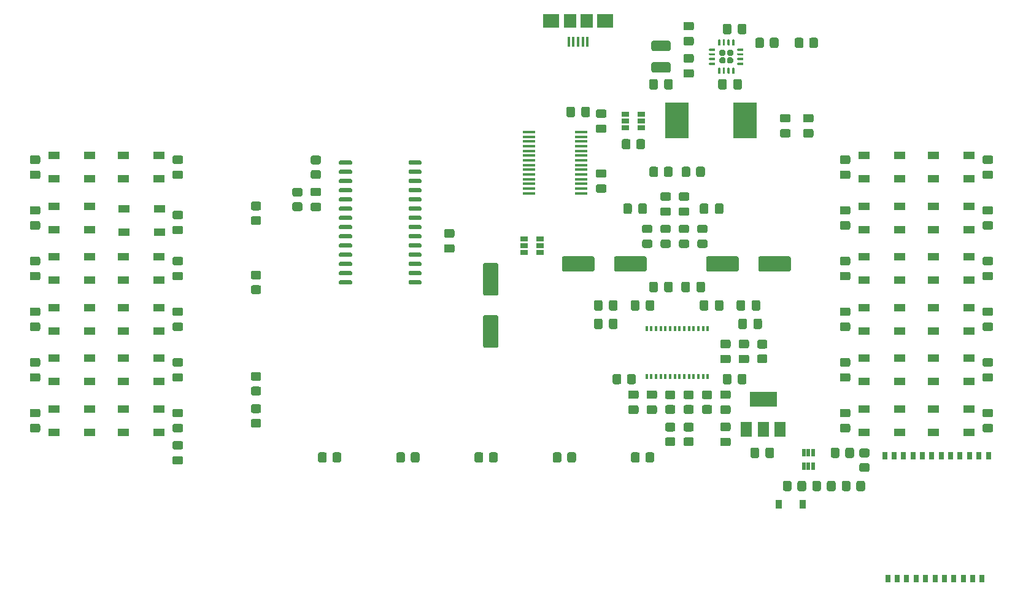
<source format=gbr>
%TF.GenerationSoftware,KiCad,Pcbnew,(5.1.8)-1*%
%TF.CreationDate,2021-03-09T15:18:23+01:00*%
%TF.ProjectId,schema_v1,73636865-6d61-45f7-9631-2e6b69636164,rev?*%
%TF.SameCoordinates,Original*%
%TF.FileFunction,Paste,Top*%
%TF.FilePolarity,Positive*%
%FSLAX46Y46*%
G04 Gerber Fmt 4.6, Leading zero omitted, Abs format (unit mm)*
G04 Created by KiCad (PCBNEW (5.1.8)-1) date 2021-03-09 15:18:23*
%MOMM*%
%LPD*%
G01*
G04 APERTURE LIST*
%ADD10R,0.900000X1.200000*%
%ADD11R,3.250000X5.000000*%
%ADD12R,0.470000X1.000000*%
%ADD13R,0.400000X1.400000*%
%ADD14R,2.300000X1.900000*%
%ADD15R,1.800000X1.900000*%
%ADD16R,1.060000X0.650000*%
%ADD17R,0.300000X0.750000*%
%ADD18R,0.700000X1.100000*%
%ADD19R,3.800000X2.000000*%
%ADD20R,1.500000X2.000000*%
%ADD21R,1.750000X0.450000*%
%ADD22R,1.500000X1.000000*%
G04 APERTURE END LIST*
%TO.C,R10*%
G36*
G01*
X192424000Y-109670001D02*
X192424000Y-108769999D01*
G75*
G02*
X192673999Y-108520000I249999J0D01*
G01*
X193374001Y-108520000D01*
G75*
G02*
X193624000Y-108769999I0J-249999D01*
G01*
X193624000Y-109670001D01*
G75*
G02*
X193374001Y-109920000I-249999J0D01*
G01*
X192673999Y-109920000D01*
G75*
G02*
X192424000Y-109670001I0J249999D01*
G01*
G37*
G36*
G01*
X190424000Y-109670001D02*
X190424000Y-108769999D01*
G75*
G02*
X190673999Y-108520000I249999J0D01*
G01*
X191374001Y-108520000D01*
G75*
G02*
X191624000Y-108769999I0J-249999D01*
G01*
X191624000Y-109670001D01*
G75*
G02*
X191374001Y-109920000I-249999J0D01*
G01*
X190673999Y-109920000D01*
G75*
G02*
X190424000Y-109670001I0J249999D01*
G01*
G37*
%TD*%
%TO.C,R9*%
G36*
G01*
X195522001Y-109836000D02*
X194621999Y-109836000D01*
G75*
G02*
X194372000Y-109586001I0J249999D01*
G01*
X194372000Y-108885999D01*
G75*
G02*
X194621999Y-108636000I249999J0D01*
G01*
X195522001Y-108636000D01*
G75*
G02*
X195772000Y-108885999I0J-249999D01*
G01*
X195772000Y-109586001D01*
G75*
G02*
X195522001Y-109836000I-249999J0D01*
G01*
G37*
G36*
G01*
X195522001Y-111836000D02*
X194621999Y-111836000D01*
G75*
G02*
X194372000Y-111586001I0J249999D01*
G01*
X194372000Y-110885999D01*
G75*
G02*
X194621999Y-110636000I249999J0D01*
G01*
X195522001Y-110636000D01*
G75*
G02*
X195772000Y-110885999I0J-249999D01*
G01*
X195772000Y-111586001D01*
G75*
G02*
X195522001Y-111836000I-249999J0D01*
G01*
G37*
%TD*%
%TO.C,R8*%
G36*
G01*
X189884000Y-114242001D02*
X189884000Y-113341999D01*
G75*
G02*
X190133999Y-113092000I249999J0D01*
G01*
X190834001Y-113092000D01*
G75*
G02*
X191084000Y-113341999I0J-249999D01*
G01*
X191084000Y-114242001D01*
G75*
G02*
X190834001Y-114492000I-249999J0D01*
G01*
X190133999Y-114492000D01*
G75*
G02*
X189884000Y-114242001I0J249999D01*
G01*
G37*
G36*
G01*
X187884000Y-114242001D02*
X187884000Y-113341999D01*
G75*
G02*
X188133999Y-113092000I249999J0D01*
G01*
X188834001Y-113092000D01*
G75*
G02*
X189084000Y-113341999I0J-249999D01*
G01*
X189084000Y-114242001D01*
G75*
G02*
X188834001Y-114492000I-249999J0D01*
G01*
X188133999Y-114492000D01*
G75*
G02*
X187884000Y-114242001I0J249999D01*
G01*
G37*
%TD*%
%TO.C,R5*%
G36*
G01*
X193148000Y-113341999D02*
X193148000Y-114242001D01*
G75*
G02*
X192898001Y-114492000I-249999J0D01*
G01*
X192197999Y-114492000D01*
G75*
G02*
X191948000Y-114242001I0J249999D01*
G01*
X191948000Y-113341999D01*
G75*
G02*
X192197999Y-113092000I249999J0D01*
G01*
X192898001Y-113092000D01*
G75*
G02*
X193148000Y-113341999I0J-249999D01*
G01*
G37*
G36*
G01*
X195148000Y-113341999D02*
X195148000Y-114242001D01*
G75*
G02*
X194898001Y-114492000I-249999J0D01*
G01*
X194197999Y-114492000D01*
G75*
G02*
X193948000Y-114242001I0J249999D01*
G01*
X193948000Y-113341999D01*
G75*
G02*
X194197999Y-113092000I249999J0D01*
G01*
X194898001Y-113092000D01*
G75*
G02*
X195148000Y-113341999I0J-249999D01*
G01*
G37*
%TD*%
%TO.C,R3*%
G36*
G01*
X185820000Y-114242001D02*
X185820000Y-113341999D01*
G75*
G02*
X186069999Y-113092000I249999J0D01*
G01*
X186770001Y-113092000D01*
G75*
G02*
X187020000Y-113341999I0J-249999D01*
G01*
X187020000Y-114242001D01*
G75*
G02*
X186770001Y-114492000I-249999J0D01*
G01*
X186069999Y-114492000D01*
G75*
G02*
X185820000Y-114242001I0J249999D01*
G01*
G37*
G36*
G01*
X183820000Y-114242001D02*
X183820000Y-113341999D01*
G75*
G02*
X184069999Y-113092000I249999J0D01*
G01*
X184770001Y-113092000D01*
G75*
G02*
X185020000Y-113341999I0J-249999D01*
G01*
X185020000Y-114242001D01*
G75*
G02*
X184770001Y-114492000I-249999J0D01*
G01*
X184069999Y-114492000D01*
G75*
G02*
X183820000Y-114242001I0J249999D01*
G01*
G37*
%TD*%
D10*
%TO.C,D26*%
X183262000Y-116332000D03*
X186562000Y-116332000D03*
%TD*%
D11*
%TO.C,L8*%
X178562000Y-63420000D03*
X169164000Y-63420000D03*
%TD*%
D12*
%TO.C,U1*%
X186690000Y-111020000D03*
X187990000Y-111020000D03*
X187340000Y-111020000D03*
X186690000Y-109220000D03*
X187340000Y-109220000D03*
X187990000Y-109220000D03*
%TD*%
D13*
%TO.C,J2*%
X156875000Y-52550000D03*
X156225000Y-52550000D03*
X155575000Y-52550000D03*
X154925000Y-52550000D03*
X154275000Y-52550000D03*
D14*
X159325000Y-49700000D03*
X151825000Y-49700000D03*
D15*
X156725000Y-49700000D03*
X154425000Y-49700000D03*
%TD*%
D16*
%TO.C,U14*%
X164295000Y-63500000D03*
X164295000Y-62550000D03*
X164295000Y-64450000D03*
X162095000Y-64450000D03*
X162095000Y-63500000D03*
X162095000Y-62550000D03*
%TD*%
%TO.C,U12*%
G36*
G01*
X176105000Y-55347500D02*
X176105000Y-54922500D01*
G75*
G02*
X176317500Y-54710000I212500J0D01*
G01*
X176742500Y-54710000D01*
G75*
G02*
X176955000Y-54922500I0J-212500D01*
G01*
X176955000Y-55347500D01*
G75*
G02*
X176742500Y-55560000I-212500J0D01*
G01*
X176317500Y-55560000D01*
G75*
G02*
X176105000Y-55347500I0J212500D01*
G01*
G37*
G36*
G01*
X176105000Y-54297500D02*
X176105000Y-53872500D01*
G75*
G02*
X176317500Y-53660000I212500J0D01*
G01*
X176742500Y-53660000D01*
G75*
G02*
X176955000Y-53872500I0J-212500D01*
G01*
X176955000Y-54297500D01*
G75*
G02*
X176742500Y-54510000I-212500J0D01*
G01*
X176317500Y-54510000D01*
G75*
G02*
X176105000Y-54297500I0J212500D01*
G01*
G37*
G36*
G01*
X175055000Y-55347500D02*
X175055000Y-54922500D01*
G75*
G02*
X175267500Y-54710000I212500J0D01*
G01*
X175692500Y-54710000D01*
G75*
G02*
X175905000Y-54922500I0J-212500D01*
G01*
X175905000Y-55347500D01*
G75*
G02*
X175692500Y-55560000I-212500J0D01*
G01*
X175267500Y-55560000D01*
G75*
G02*
X175055000Y-55347500I0J212500D01*
G01*
G37*
G36*
G01*
X175055000Y-54297500D02*
X175055000Y-53872500D01*
G75*
G02*
X175267500Y-53660000I212500J0D01*
G01*
X175692500Y-53660000D01*
G75*
G02*
X175905000Y-53872500I0J-212500D01*
G01*
X175905000Y-54297500D01*
G75*
G02*
X175692500Y-54510000I-212500J0D01*
G01*
X175267500Y-54510000D01*
G75*
G02*
X175055000Y-54297500I0J212500D01*
G01*
G37*
G36*
G01*
X174880000Y-53010000D02*
X174880000Y-52310000D01*
G75*
G02*
X174955000Y-52235000I75000J0D01*
G01*
X175105000Y-52235000D01*
G75*
G02*
X175180000Y-52310000I0J-75000D01*
G01*
X175180000Y-53010000D01*
G75*
G02*
X175105000Y-53085000I-75000J0D01*
G01*
X174955000Y-53085000D01*
G75*
G02*
X174880000Y-53010000I0J75000D01*
G01*
G37*
G36*
G01*
X175530000Y-53010000D02*
X175530000Y-52310000D01*
G75*
G02*
X175605000Y-52235000I75000J0D01*
G01*
X175755000Y-52235000D01*
G75*
G02*
X175830000Y-52310000I0J-75000D01*
G01*
X175830000Y-53010000D01*
G75*
G02*
X175755000Y-53085000I-75000J0D01*
G01*
X175605000Y-53085000D01*
G75*
G02*
X175530000Y-53010000I0J75000D01*
G01*
G37*
G36*
G01*
X176180000Y-53010000D02*
X176180000Y-52310000D01*
G75*
G02*
X176255000Y-52235000I75000J0D01*
G01*
X176405000Y-52235000D01*
G75*
G02*
X176480000Y-52310000I0J-75000D01*
G01*
X176480000Y-53010000D01*
G75*
G02*
X176405000Y-53085000I-75000J0D01*
G01*
X176255000Y-53085000D01*
G75*
G02*
X176180000Y-53010000I0J75000D01*
G01*
G37*
G36*
G01*
X176830000Y-53010000D02*
X176830000Y-52310000D01*
G75*
G02*
X176905000Y-52235000I75000J0D01*
G01*
X177055000Y-52235000D01*
G75*
G02*
X177130000Y-52310000I0J-75000D01*
G01*
X177130000Y-53010000D01*
G75*
G02*
X177055000Y-53085000I-75000J0D01*
G01*
X176905000Y-53085000D01*
G75*
G02*
X176830000Y-53010000I0J75000D01*
G01*
G37*
G36*
G01*
X177530000Y-53710000D02*
X177530000Y-53560000D01*
G75*
G02*
X177605000Y-53485000I75000J0D01*
G01*
X178305000Y-53485000D01*
G75*
G02*
X178380000Y-53560000I0J-75000D01*
G01*
X178380000Y-53710000D01*
G75*
G02*
X178305000Y-53785000I-75000J0D01*
G01*
X177605000Y-53785000D01*
G75*
G02*
X177530000Y-53710000I0J75000D01*
G01*
G37*
G36*
G01*
X177530000Y-54360000D02*
X177530000Y-54210000D01*
G75*
G02*
X177605000Y-54135000I75000J0D01*
G01*
X178305000Y-54135000D01*
G75*
G02*
X178380000Y-54210000I0J-75000D01*
G01*
X178380000Y-54360000D01*
G75*
G02*
X178305000Y-54435000I-75000J0D01*
G01*
X177605000Y-54435000D01*
G75*
G02*
X177530000Y-54360000I0J75000D01*
G01*
G37*
G36*
G01*
X177530000Y-55010000D02*
X177530000Y-54860000D01*
G75*
G02*
X177605000Y-54785000I75000J0D01*
G01*
X178305000Y-54785000D01*
G75*
G02*
X178380000Y-54860000I0J-75000D01*
G01*
X178380000Y-55010000D01*
G75*
G02*
X178305000Y-55085000I-75000J0D01*
G01*
X177605000Y-55085000D01*
G75*
G02*
X177530000Y-55010000I0J75000D01*
G01*
G37*
G36*
G01*
X177530000Y-55660000D02*
X177530000Y-55510000D01*
G75*
G02*
X177605000Y-55435000I75000J0D01*
G01*
X178305000Y-55435000D01*
G75*
G02*
X178380000Y-55510000I0J-75000D01*
G01*
X178380000Y-55660000D01*
G75*
G02*
X178305000Y-55735000I-75000J0D01*
G01*
X177605000Y-55735000D01*
G75*
G02*
X177530000Y-55660000I0J75000D01*
G01*
G37*
G36*
G01*
X176830000Y-56910000D02*
X176830000Y-56210000D01*
G75*
G02*
X176905000Y-56135000I75000J0D01*
G01*
X177055000Y-56135000D01*
G75*
G02*
X177130000Y-56210000I0J-75000D01*
G01*
X177130000Y-56910000D01*
G75*
G02*
X177055000Y-56985000I-75000J0D01*
G01*
X176905000Y-56985000D01*
G75*
G02*
X176830000Y-56910000I0J75000D01*
G01*
G37*
G36*
G01*
X176180000Y-56910000D02*
X176180000Y-56210000D01*
G75*
G02*
X176255000Y-56135000I75000J0D01*
G01*
X176405000Y-56135000D01*
G75*
G02*
X176480000Y-56210000I0J-75000D01*
G01*
X176480000Y-56910000D01*
G75*
G02*
X176405000Y-56985000I-75000J0D01*
G01*
X176255000Y-56985000D01*
G75*
G02*
X176180000Y-56910000I0J75000D01*
G01*
G37*
G36*
G01*
X175530000Y-56910000D02*
X175530000Y-56210000D01*
G75*
G02*
X175605000Y-56135000I75000J0D01*
G01*
X175755000Y-56135000D01*
G75*
G02*
X175830000Y-56210000I0J-75000D01*
G01*
X175830000Y-56910000D01*
G75*
G02*
X175755000Y-56985000I-75000J0D01*
G01*
X175605000Y-56985000D01*
G75*
G02*
X175530000Y-56910000I0J75000D01*
G01*
G37*
G36*
G01*
X174880000Y-56910000D02*
X174880000Y-56210000D01*
G75*
G02*
X174955000Y-56135000I75000J0D01*
G01*
X175105000Y-56135000D01*
G75*
G02*
X175180000Y-56210000I0J-75000D01*
G01*
X175180000Y-56910000D01*
G75*
G02*
X175105000Y-56985000I-75000J0D01*
G01*
X174955000Y-56985000D01*
G75*
G02*
X174880000Y-56910000I0J75000D01*
G01*
G37*
G36*
G01*
X173630000Y-55660000D02*
X173630000Y-55510000D01*
G75*
G02*
X173705000Y-55435000I75000J0D01*
G01*
X174405000Y-55435000D01*
G75*
G02*
X174480000Y-55510000I0J-75000D01*
G01*
X174480000Y-55660000D01*
G75*
G02*
X174405000Y-55735000I-75000J0D01*
G01*
X173705000Y-55735000D01*
G75*
G02*
X173630000Y-55660000I0J75000D01*
G01*
G37*
G36*
G01*
X173630000Y-55010000D02*
X173630000Y-54860000D01*
G75*
G02*
X173705000Y-54785000I75000J0D01*
G01*
X174405000Y-54785000D01*
G75*
G02*
X174480000Y-54860000I0J-75000D01*
G01*
X174480000Y-55010000D01*
G75*
G02*
X174405000Y-55085000I-75000J0D01*
G01*
X173705000Y-55085000D01*
G75*
G02*
X173630000Y-55010000I0J75000D01*
G01*
G37*
G36*
G01*
X173630000Y-54360000D02*
X173630000Y-54210000D01*
G75*
G02*
X173705000Y-54135000I75000J0D01*
G01*
X174405000Y-54135000D01*
G75*
G02*
X174480000Y-54210000I0J-75000D01*
G01*
X174480000Y-54360000D01*
G75*
G02*
X174405000Y-54435000I-75000J0D01*
G01*
X173705000Y-54435000D01*
G75*
G02*
X173630000Y-54360000I0J75000D01*
G01*
G37*
G36*
G01*
X173630000Y-53710000D02*
X173630000Y-53560000D01*
G75*
G02*
X173705000Y-53485000I75000J0D01*
G01*
X174405000Y-53485000D01*
G75*
G02*
X174480000Y-53560000I0J-75000D01*
G01*
X174480000Y-53710000D01*
G75*
G02*
X174405000Y-53785000I-75000J0D01*
G01*
X173705000Y-53785000D01*
G75*
G02*
X173630000Y-53710000I0J75000D01*
G01*
G37*
%TD*%
D17*
%TO.C,U11*%
X167620000Y-92095000D03*
X166320000Y-92095000D03*
X166970000Y-92095000D03*
X168270000Y-92095000D03*
X168920000Y-92095000D03*
X169570000Y-92095000D03*
X165670000Y-92095000D03*
X170870000Y-92095000D03*
X170220000Y-92095000D03*
X171520000Y-92095000D03*
X173470000Y-92095000D03*
X172170000Y-92095000D03*
X172820000Y-92095000D03*
X165020000Y-92095000D03*
X173470000Y-98695000D03*
X172820000Y-98695000D03*
X172170000Y-98695000D03*
X171520000Y-98695000D03*
X170870000Y-98695000D03*
X170220000Y-98695000D03*
X169570000Y-98695000D03*
X168920000Y-98695000D03*
X168270000Y-98695000D03*
X167620000Y-98695000D03*
X166970000Y-98695000D03*
X166320000Y-98695000D03*
X165670000Y-98695000D03*
X165020000Y-98695000D03*
%TD*%
D16*
%TO.C,U10*%
X150325000Y-80645000D03*
X150325000Y-79695000D03*
X150325000Y-81595000D03*
X148125000Y-81595000D03*
X148125000Y-80645000D03*
X148125000Y-79695000D03*
%TD*%
D18*
%TO.C,U8*%
X208700000Y-126585000D03*
X210000000Y-126585000D03*
X211300000Y-126585000D03*
X207400000Y-126585000D03*
X206100000Y-126585000D03*
X204800000Y-126585000D03*
X203500000Y-126585000D03*
X202200000Y-126585000D03*
X200900000Y-126585000D03*
X199600000Y-126585000D03*
X198300000Y-126585000D03*
X197870000Y-109585000D03*
X199170000Y-109585000D03*
X200470000Y-109585000D03*
X201770000Y-109585000D03*
X203070000Y-109585000D03*
X204370000Y-109585000D03*
X205670000Y-109585000D03*
X206970000Y-109585000D03*
X208270000Y-109585000D03*
X209570000Y-109585000D03*
X210870000Y-109585000D03*
X212170000Y-109585000D03*
%TD*%
D19*
%TO.C,U6*%
X181100000Y-101854000D03*
D20*
X183400000Y-105965000D03*
X181100000Y-105965000D03*
X178800000Y-105965000D03*
%TD*%
D21*
%TO.C,U5*%
X156000000Y-64990000D03*
X156000000Y-65640000D03*
X156000000Y-66290000D03*
X156000000Y-66940000D03*
X156000000Y-67590000D03*
X156000000Y-68240000D03*
X156000000Y-68890000D03*
X156000000Y-69540000D03*
X156000000Y-70190000D03*
X156000000Y-70840000D03*
X156000000Y-71490000D03*
X156000000Y-72140000D03*
X156000000Y-72790000D03*
X156000000Y-73440000D03*
X148800000Y-73440000D03*
X148800000Y-72790000D03*
X148800000Y-72140000D03*
X148800000Y-71490000D03*
X148800000Y-70840000D03*
X148800000Y-70190000D03*
X148800000Y-69540000D03*
X148800000Y-68890000D03*
X148800000Y-68240000D03*
X148800000Y-67590000D03*
X148800000Y-66940000D03*
X148800000Y-66290000D03*
X148800000Y-65640000D03*
X148800000Y-64990000D03*
%TD*%
%TO.C,U2*%
G36*
G01*
X132170000Y-69365000D02*
X132170000Y-69065000D01*
G75*
G02*
X132320000Y-68915000I150000J0D01*
G01*
X133820000Y-68915000D01*
G75*
G02*
X133970000Y-69065000I0J-150000D01*
G01*
X133970000Y-69365000D01*
G75*
G02*
X133820000Y-69515000I-150000J0D01*
G01*
X132320000Y-69515000D01*
G75*
G02*
X132170000Y-69365000I0J150000D01*
G01*
G37*
G36*
G01*
X132170000Y-70635000D02*
X132170000Y-70335000D01*
G75*
G02*
X132320000Y-70185000I150000J0D01*
G01*
X133820000Y-70185000D01*
G75*
G02*
X133970000Y-70335000I0J-150000D01*
G01*
X133970000Y-70635000D01*
G75*
G02*
X133820000Y-70785000I-150000J0D01*
G01*
X132320000Y-70785000D01*
G75*
G02*
X132170000Y-70635000I0J150000D01*
G01*
G37*
G36*
G01*
X132170000Y-71905000D02*
X132170000Y-71605000D01*
G75*
G02*
X132320000Y-71455000I150000J0D01*
G01*
X133820000Y-71455000D01*
G75*
G02*
X133970000Y-71605000I0J-150000D01*
G01*
X133970000Y-71905000D01*
G75*
G02*
X133820000Y-72055000I-150000J0D01*
G01*
X132320000Y-72055000D01*
G75*
G02*
X132170000Y-71905000I0J150000D01*
G01*
G37*
G36*
G01*
X132170000Y-73175000D02*
X132170000Y-72875000D01*
G75*
G02*
X132320000Y-72725000I150000J0D01*
G01*
X133820000Y-72725000D01*
G75*
G02*
X133970000Y-72875000I0J-150000D01*
G01*
X133970000Y-73175000D01*
G75*
G02*
X133820000Y-73325000I-150000J0D01*
G01*
X132320000Y-73325000D01*
G75*
G02*
X132170000Y-73175000I0J150000D01*
G01*
G37*
G36*
G01*
X132170000Y-74445000D02*
X132170000Y-74145000D01*
G75*
G02*
X132320000Y-73995000I150000J0D01*
G01*
X133820000Y-73995000D01*
G75*
G02*
X133970000Y-74145000I0J-150000D01*
G01*
X133970000Y-74445000D01*
G75*
G02*
X133820000Y-74595000I-150000J0D01*
G01*
X132320000Y-74595000D01*
G75*
G02*
X132170000Y-74445000I0J150000D01*
G01*
G37*
G36*
G01*
X132170000Y-75715000D02*
X132170000Y-75415000D01*
G75*
G02*
X132320000Y-75265000I150000J0D01*
G01*
X133820000Y-75265000D01*
G75*
G02*
X133970000Y-75415000I0J-150000D01*
G01*
X133970000Y-75715000D01*
G75*
G02*
X133820000Y-75865000I-150000J0D01*
G01*
X132320000Y-75865000D01*
G75*
G02*
X132170000Y-75715000I0J150000D01*
G01*
G37*
G36*
G01*
X132170000Y-76985000D02*
X132170000Y-76685000D01*
G75*
G02*
X132320000Y-76535000I150000J0D01*
G01*
X133820000Y-76535000D01*
G75*
G02*
X133970000Y-76685000I0J-150000D01*
G01*
X133970000Y-76985000D01*
G75*
G02*
X133820000Y-77135000I-150000J0D01*
G01*
X132320000Y-77135000D01*
G75*
G02*
X132170000Y-76985000I0J150000D01*
G01*
G37*
G36*
G01*
X132170000Y-78255000D02*
X132170000Y-77955000D01*
G75*
G02*
X132320000Y-77805000I150000J0D01*
G01*
X133820000Y-77805000D01*
G75*
G02*
X133970000Y-77955000I0J-150000D01*
G01*
X133970000Y-78255000D01*
G75*
G02*
X133820000Y-78405000I-150000J0D01*
G01*
X132320000Y-78405000D01*
G75*
G02*
X132170000Y-78255000I0J150000D01*
G01*
G37*
G36*
G01*
X132170000Y-79525000D02*
X132170000Y-79225000D01*
G75*
G02*
X132320000Y-79075000I150000J0D01*
G01*
X133820000Y-79075000D01*
G75*
G02*
X133970000Y-79225000I0J-150000D01*
G01*
X133970000Y-79525000D01*
G75*
G02*
X133820000Y-79675000I-150000J0D01*
G01*
X132320000Y-79675000D01*
G75*
G02*
X132170000Y-79525000I0J150000D01*
G01*
G37*
G36*
G01*
X132170000Y-80795000D02*
X132170000Y-80495000D01*
G75*
G02*
X132320000Y-80345000I150000J0D01*
G01*
X133820000Y-80345000D01*
G75*
G02*
X133970000Y-80495000I0J-150000D01*
G01*
X133970000Y-80795000D01*
G75*
G02*
X133820000Y-80945000I-150000J0D01*
G01*
X132320000Y-80945000D01*
G75*
G02*
X132170000Y-80795000I0J150000D01*
G01*
G37*
G36*
G01*
X132170000Y-82065000D02*
X132170000Y-81765000D01*
G75*
G02*
X132320000Y-81615000I150000J0D01*
G01*
X133820000Y-81615000D01*
G75*
G02*
X133970000Y-81765000I0J-150000D01*
G01*
X133970000Y-82065000D01*
G75*
G02*
X133820000Y-82215000I-150000J0D01*
G01*
X132320000Y-82215000D01*
G75*
G02*
X132170000Y-82065000I0J150000D01*
G01*
G37*
G36*
G01*
X132170000Y-83335000D02*
X132170000Y-83035000D01*
G75*
G02*
X132320000Y-82885000I150000J0D01*
G01*
X133820000Y-82885000D01*
G75*
G02*
X133970000Y-83035000I0J-150000D01*
G01*
X133970000Y-83335000D01*
G75*
G02*
X133820000Y-83485000I-150000J0D01*
G01*
X132320000Y-83485000D01*
G75*
G02*
X132170000Y-83335000I0J150000D01*
G01*
G37*
G36*
G01*
X132170000Y-84605000D02*
X132170000Y-84305000D01*
G75*
G02*
X132320000Y-84155000I150000J0D01*
G01*
X133820000Y-84155000D01*
G75*
G02*
X133970000Y-84305000I0J-150000D01*
G01*
X133970000Y-84605000D01*
G75*
G02*
X133820000Y-84755000I-150000J0D01*
G01*
X132320000Y-84755000D01*
G75*
G02*
X132170000Y-84605000I0J150000D01*
G01*
G37*
G36*
G01*
X132170000Y-85875000D02*
X132170000Y-85575000D01*
G75*
G02*
X132320000Y-85425000I150000J0D01*
G01*
X133820000Y-85425000D01*
G75*
G02*
X133970000Y-85575000I0J-150000D01*
G01*
X133970000Y-85875000D01*
G75*
G02*
X133820000Y-86025000I-150000J0D01*
G01*
X132320000Y-86025000D01*
G75*
G02*
X132170000Y-85875000I0J150000D01*
G01*
G37*
G36*
G01*
X122570000Y-85875000D02*
X122570000Y-85575000D01*
G75*
G02*
X122720000Y-85425000I150000J0D01*
G01*
X124220000Y-85425000D01*
G75*
G02*
X124370000Y-85575000I0J-150000D01*
G01*
X124370000Y-85875000D01*
G75*
G02*
X124220000Y-86025000I-150000J0D01*
G01*
X122720000Y-86025000D01*
G75*
G02*
X122570000Y-85875000I0J150000D01*
G01*
G37*
G36*
G01*
X122570000Y-84605000D02*
X122570000Y-84305000D01*
G75*
G02*
X122720000Y-84155000I150000J0D01*
G01*
X124220000Y-84155000D01*
G75*
G02*
X124370000Y-84305000I0J-150000D01*
G01*
X124370000Y-84605000D01*
G75*
G02*
X124220000Y-84755000I-150000J0D01*
G01*
X122720000Y-84755000D01*
G75*
G02*
X122570000Y-84605000I0J150000D01*
G01*
G37*
G36*
G01*
X122570000Y-83335000D02*
X122570000Y-83035000D01*
G75*
G02*
X122720000Y-82885000I150000J0D01*
G01*
X124220000Y-82885000D01*
G75*
G02*
X124370000Y-83035000I0J-150000D01*
G01*
X124370000Y-83335000D01*
G75*
G02*
X124220000Y-83485000I-150000J0D01*
G01*
X122720000Y-83485000D01*
G75*
G02*
X122570000Y-83335000I0J150000D01*
G01*
G37*
G36*
G01*
X122570000Y-82065000D02*
X122570000Y-81765000D01*
G75*
G02*
X122720000Y-81615000I150000J0D01*
G01*
X124220000Y-81615000D01*
G75*
G02*
X124370000Y-81765000I0J-150000D01*
G01*
X124370000Y-82065000D01*
G75*
G02*
X124220000Y-82215000I-150000J0D01*
G01*
X122720000Y-82215000D01*
G75*
G02*
X122570000Y-82065000I0J150000D01*
G01*
G37*
G36*
G01*
X122570000Y-80795000D02*
X122570000Y-80495000D01*
G75*
G02*
X122720000Y-80345000I150000J0D01*
G01*
X124220000Y-80345000D01*
G75*
G02*
X124370000Y-80495000I0J-150000D01*
G01*
X124370000Y-80795000D01*
G75*
G02*
X124220000Y-80945000I-150000J0D01*
G01*
X122720000Y-80945000D01*
G75*
G02*
X122570000Y-80795000I0J150000D01*
G01*
G37*
G36*
G01*
X122570000Y-79525000D02*
X122570000Y-79225000D01*
G75*
G02*
X122720000Y-79075000I150000J0D01*
G01*
X124220000Y-79075000D01*
G75*
G02*
X124370000Y-79225000I0J-150000D01*
G01*
X124370000Y-79525000D01*
G75*
G02*
X124220000Y-79675000I-150000J0D01*
G01*
X122720000Y-79675000D01*
G75*
G02*
X122570000Y-79525000I0J150000D01*
G01*
G37*
G36*
G01*
X122570000Y-78255000D02*
X122570000Y-77955000D01*
G75*
G02*
X122720000Y-77805000I150000J0D01*
G01*
X124220000Y-77805000D01*
G75*
G02*
X124370000Y-77955000I0J-150000D01*
G01*
X124370000Y-78255000D01*
G75*
G02*
X124220000Y-78405000I-150000J0D01*
G01*
X122720000Y-78405000D01*
G75*
G02*
X122570000Y-78255000I0J150000D01*
G01*
G37*
G36*
G01*
X122570000Y-76985000D02*
X122570000Y-76685000D01*
G75*
G02*
X122720000Y-76535000I150000J0D01*
G01*
X124220000Y-76535000D01*
G75*
G02*
X124370000Y-76685000I0J-150000D01*
G01*
X124370000Y-76985000D01*
G75*
G02*
X124220000Y-77135000I-150000J0D01*
G01*
X122720000Y-77135000D01*
G75*
G02*
X122570000Y-76985000I0J150000D01*
G01*
G37*
G36*
G01*
X122570000Y-75715000D02*
X122570000Y-75415000D01*
G75*
G02*
X122720000Y-75265000I150000J0D01*
G01*
X124220000Y-75265000D01*
G75*
G02*
X124370000Y-75415000I0J-150000D01*
G01*
X124370000Y-75715000D01*
G75*
G02*
X124220000Y-75865000I-150000J0D01*
G01*
X122720000Y-75865000D01*
G75*
G02*
X122570000Y-75715000I0J150000D01*
G01*
G37*
G36*
G01*
X122570000Y-74445000D02*
X122570000Y-74145000D01*
G75*
G02*
X122720000Y-73995000I150000J0D01*
G01*
X124220000Y-73995000D01*
G75*
G02*
X124370000Y-74145000I0J-150000D01*
G01*
X124370000Y-74445000D01*
G75*
G02*
X124220000Y-74595000I-150000J0D01*
G01*
X122720000Y-74595000D01*
G75*
G02*
X122570000Y-74445000I0J150000D01*
G01*
G37*
G36*
G01*
X122570000Y-73175000D02*
X122570000Y-72875000D01*
G75*
G02*
X122720000Y-72725000I150000J0D01*
G01*
X124220000Y-72725000D01*
G75*
G02*
X124370000Y-72875000I0J-150000D01*
G01*
X124370000Y-73175000D01*
G75*
G02*
X124220000Y-73325000I-150000J0D01*
G01*
X122720000Y-73325000D01*
G75*
G02*
X122570000Y-73175000I0J150000D01*
G01*
G37*
G36*
G01*
X122570000Y-71905000D02*
X122570000Y-71605000D01*
G75*
G02*
X122720000Y-71455000I150000J0D01*
G01*
X124220000Y-71455000D01*
G75*
G02*
X124370000Y-71605000I0J-150000D01*
G01*
X124370000Y-71905000D01*
G75*
G02*
X124220000Y-72055000I-150000J0D01*
G01*
X122720000Y-72055000D01*
G75*
G02*
X122570000Y-71905000I0J150000D01*
G01*
G37*
G36*
G01*
X122570000Y-70635000D02*
X122570000Y-70335000D01*
G75*
G02*
X122720000Y-70185000I150000J0D01*
G01*
X124220000Y-70185000D01*
G75*
G02*
X124370000Y-70335000I0J-150000D01*
G01*
X124370000Y-70635000D01*
G75*
G02*
X124220000Y-70785000I-150000J0D01*
G01*
X122720000Y-70785000D01*
G75*
G02*
X122570000Y-70635000I0J150000D01*
G01*
G37*
G36*
G01*
X122570000Y-69365000D02*
X122570000Y-69065000D01*
G75*
G02*
X122720000Y-68915000I150000J0D01*
G01*
X124220000Y-68915000D01*
G75*
G02*
X124370000Y-69065000I0J-150000D01*
G01*
X124370000Y-69365000D01*
G75*
G02*
X124220000Y-69515000I-150000J0D01*
G01*
X122720000Y-69515000D01*
G75*
G02*
X122570000Y-69365000I0J150000D01*
G01*
G37*
%TD*%
%TO.C,R37*%
G36*
G01*
X166605000Y-70034999D02*
X166605000Y-70935001D01*
G75*
G02*
X166355001Y-71185000I-249999J0D01*
G01*
X165654999Y-71185000D01*
G75*
G02*
X165405000Y-70935001I0J249999D01*
G01*
X165405000Y-70034999D01*
G75*
G02*
X165654999Y-69785000I249999J0D01*
G01*
X166355001Y-69785000D01*
G75*
G02*
X166605000Y-70034999I0J-249999D01*
G01*
G37*
G36*
G01*
X168605000Y-70034999D02*
X168605000Y-70935001D01*
G75*
G02*
X168355001Y-71185000I-249999J0D01*
G01*
X167654999Y-71185000D01*
G75*
G02*
X167405000Y-70935001I0J249999D01*
G01*
X167405000Y-70034999D01*
G75*
G02*
X167654999Y-69785000I249999J0D01*
G01*
X168355001Y-69785000D01*
G75*
G02*
X168605000Y-70034999I0J-249999D01*
G01*
G37*
%TD*%
%TO.C,R36*%
G36*
G01*
X171050000Y-70034999D02*
X171050000Y-70935001D01*
G75*
G02*
X170800001Y-71185000I-249999J0D01*
G01*
X170099999Y-71185000D01*
G75*
G02*
X169850000Y-70935001I0J249999D01*
G01*
X169850000Y-70034999D01*
G75*
G02*
X170099999Y-69785000I249999J0D01*
G01*
X170800001Y-69785000D01*
G75*
G02*
X171050000Y-70034999I0J-249999D01*
G01*
G37*
G36*
G01*
X173050000Y-70034999D02*
X173050000Y-70935001D01*
G75*
G02*
X172800001Y-71185000I-249999J0D01*
G01*
X172099999Y-71185000D01*
G75*
G02*
X171850000Y-70935001I0J249999D01*
G01*
X171850000Y-70034999D01*
G75*
G02*
X172099999Y-69785000I249999J0D01*
G01*
X172800001Y-69785000D01*
G75*
G02*
X173050000Y-70034999I0J-249999D01*
G01*
G37*
%TD*%
%TO.C,R32*%
G36*
G01*
X163595000Y-67125001D02*
X163595000Y-66224999D01*
G75*
G02*
X163844999Y-65975000I249999J0D01*
G01*
X164545001Y-65975000D01*
G75*
G02*
X164795000Y-66224999I0J-249999D01*
G01*
X164795000Y-67125001D01*
G75*
G02*
X164545001Y-67375000I-249999J0D01*
G01*
X163844999Y-67375000D01*
G75*
G02*
X163595000Y-67125001I0J249999D01*
G01*
G37*
G36*
G01*
X161595000Y-67125001D02*
X161595000Y-66224999D01*
G75*
G02*
X161844999Y-65975000I249999J0D01*
G01*
X162545001Y-65975000D01*
G75*
G02*
X162795000Y-66224999I0J-249999D01*
G01*
X162795000Y-67125001D01*
G75*
G02*
X162545001Y-67375000I-249999J0D01*
G01*
X161844999Y-67375000D01*
G75*
G02*
X161595000Y-67125001I0J249999D01*
G01*
G37*
%TD*%
%TO.C,R31*%
G36*
G01*
X116389999Y-74695000D02*
X117290001Y-74695000D01*
G75*
G02*
X117540000Y-74944999I0J-249999D01*
G01*
X117540000Y-75645001D01*
G75*
G02*
X117290001Y-75895000I-249999J0D01*
G01*
X116389999Y-75895000D01*
G75*
G02*
X116140000Y-75645001I0J249999D01*
G01*
X116140000Y-74944999D01*
G75*
G02*
X116389999Y-74695000I249999J0D01*
G01*
G37*
G36*
G01*
X116389999Y-72695000D02*
X117290001Y-72695000D01*
G75*
G02*
X117540000Y-72944999I0J-249999D01*
G01*
X117540000Y-73645001D01*
G75*
G02*
X117290001Y-73895000I-249999J0D01*
G01*
X116389999Y-73895000D01*
G75*
G02*
X116140000Y-73645001I0J249999D01*
G01*
X116140000Y-72944999D01*
G75*
G02*
X116389999Y-72695000I249999J0D01*
G01*
G37*
%TD*%
%TO.C,R30*%
G36*
G01*
X118929999Y-70250000D02*
X119830001Y-70250000D01*
G75*
G02*
X120080000Y-70499999I0J-249999D01*
G01*
X120080000Y-71200001D01*
G75*
G02*
X119830001Y-71450000I-249999J0D01*
G01*
X118929999Y-71450000D01*
G75*
G02*
X118680000Y-71200001I0J249999D01*
G01*
X118680000Y-70499999D01*
G75*
G02*
X118929999Y-70250000I249999J0D01*
G01*
G37*
G36*
G01*
X118929999Y-68250000D02*
X119830001Y-68250000D01*
G75*
G02*
X120080000Y-68499999I0J-249999D01*
G01*
X120080000Y-69200001D01*
G75*
G02*
X119830001Y-69450000I-249999J0D01*
G01*
X118929999Y-69450000D01*
G75*
G02*
X118680000Y-69200001I0J249999D01*
G01*
X118680000Y-68499999D01*
G75*
G02*
X118929999Y-68250000I249999J0D01*
G01*
G37*
%TD*%
%TO.C,R29*%
G36*
G01*
X180524999Y-95650000D02*
X181425001Y-95650000D01*
G75*
G02*
X181675000Y-95899999I0J-249999D01*
G01*
X181675000Y-96600001D01*
G75*
G02*
X181425001Y-96850000I-249999J0D01*
G01*
X180524999Y-96850000D01*
G75*
G02*
X180275000Y-96600001I0J249999D01*
G01*
X180275000Y-95899999D01*
G75*
G02*
X180524999Y-95650000I249999J0D01*
G01*
G37*
G36*
G01*
X180524999Y-93650000D02*
X181425001Y-93650000D01*
G75*
G02*
X181675000Y-93899999I0J-249999D01*
G01*
X181675000Y-94600001D01*
G75*
G02*
X181425001Y-94850000I-249999J0D01*
G01*
X180524999Y-94850000D01*
G75*
G02*
X180275000Y-94600001I0J249999D01*
G01*
X180275000Y-93899999D01*
G75*
G02*
X180524999Y-93650000I249999J0D01*
G01*
G37*
%TD*%
%TO.C,R28*%
G36*
G01*
X161525000Y-98609999D02*
X161525000Y-99510001D01*
G75*
G02*
X161275001Y-99760000I-249999J0D01*
G01*
X160574999Y-99760000D01*
G75*
G02*
X160325000Y-99510001I0J249999D01*
G01*
X160325000Y-98609999D01*
G75*
G02*
X160574999Y-98360000I249999J0D01*
G01*
X161275001Y-98360000D01*
G75*
G02*
X161525000Y-98609999I0J-249999D01*
G01*
G37*
G36*
G01*
X163525000Y-98609999D02*
X163525000Y-99510001D01*
G75*
G02*
X163275001Y-99760000I-249999J0D01*
G01*
X162574999Y-99760000D01*
G75*
G02*
X162325000Y-99510001I0J249999D01*
G01*
X162325000Y-98609999D01*
G75*
G02*
X162574999Y-98360000I249999J0D01*
G01*
X163275001Y-98360000D01*
G75*
G02*
X163525000Y-98609999I0J-249999D01*
G01*
G37*
%TD*%
%TO.C,R27*%
G36*
G01*
X172904999Y-102635000D02*
X173805001Y-102635000D01*
G75*
G02*
X174055000Y-102884999I0J-249999D01*
G01*
X174055000Y-103585001D01*
G75*
G02*
X173805001Y-103835000I-249999J0D01*
G01*
X172904999Y-103835000D01*
G75*
G02*
X172655000Y-103585001I0J249999D01*
G01*
X172655000Y-102884999D01*
G75*
G02*
X172904999Y-102635000I249999J0D01*
G01*
G37*
G36*
G01*
X172904999Y-100635000D02*
X173805001Y-100635000D01*
G75*
G02*
X174055000Y-100884999I0J-249999D01*
G01*
X174055000Y-101585001D01*
G75*
G02*
X173805001Y-101835000I-249999J0D01*
G01*
X172904999Y-101835000D01*
G75*
G02*
X172655000Y-101585001I0J249999D01*
G01*
X172655000Y-100884999D01*
G75*
G02*
X172904999Y-100635000I249999J0D01*
G01*
G37*
%TD*%
%TO.C,R26*%
G36*
G01*
X167824999Y-102635000D02*
X168725001Y-102635000D01*
G75*
G02*
X168975000Y-102884999I0J-249999D01*
G01*
X168975000Y-103585001D01*
G75*
G02*
X168725001Y-103835000I-249999J0D01*
G01*
X167824999Y-103835000D01*
G75*
G02*
X167575000Y-103585001I0J249999D01*
G01*
X167575000Y-102884999D01*
G75*
G02*
X167824999Y-102635000I249999J0D01*
G01*
G37*
G36*
G01*
X167824999Y-100635000D02*
X168725001Y-100635000D01*
G75*
G02*
X168975000Y-100884999I0J-249999D01*
G01*
X168975000Y-101585001D01*
G75*
G02*
X168725001Y-101835000I-249999J0D01*
G01*
X167824999Y-101835000D01*
G75*
G02*
X167575000Y-101585001I0J249999D01*
G01*
X167575000Y-100884999D01*
G75*
G02*
X167824999Y-100635000I249999J0D01*
G01*
G37*
%TD*%
%TO.C,R25*%
G36*
G01*
X171265001Y-101835000D02*
X170364999Y-101835000D01*
G75*
G02*
X170115000Y-101585001I0J249999D01*
G01*
X170115000Y-100884999D01*
G75*
G02*
X170364999Y-100635000I249999J0D01*
G01*
X171265001Y-100635000D01*
G75*
G02*
X171515000Y-100884999I0J-249999D01*
G01*
X171515000Y-101585001D01*
G75*
G02*
X171265001Y-101835000I-249999J0D01*
G01*
G37*
G36*
G01*
X171265001Y-103835000D02*
X170364999Y-103835000D01*
G75*
G02*
X170115000Y-103585001I0J249999D01*
G01*
X170115000Y-102884999D01*
G75*
G02*
X170364999Y-102635000I249999J0D01*
G01*
X171265001Y-102635000D01*
G75*
G02*
X171515000Y-102884999I0J-249999D01*
G01*
X171515000Y-103585001D01*
G75*
G02*
X171265001Y-103835000I-249999J0D01*
G01*
G37*
%TD*%
%TO.C,R24*%
G36*
G01*
X170364999Y-107080000D02*
X171265001Y-107080000D01*
G75*
G02*
X171515000Y-107329999I0J-249999D01*
G01*
X171515000Y-108030001D01*
G75*
G02*
X171265001Y-108280000I-249999J0D01*
G01*
X170364999Y-108280000D01*
G75*
G02*
X170115000Y-108030001I0J249999D01*
G01*
X170115000Y-107329999D01*
G75*
G02*
X170364999Y-107080000I249999J0D01*
G01*
G37*
G36*
G01*
X170364999Y-105080000D02*
X171265001Y-105080000D01*
G75*
G02*
X171515000Y-105329999I0J-249999D01*
G01*
X171515000Y-106030001D01*
G75*
G02*
X171265001Y-106280000I-249999J0D01*
G01*
X170364999Y-106280000D01*
G75*
G02*
X170115000Y-106030001I0J249999D01*
G01*
X170115000Y-105329999D01*
G75*
G02*
X170364999Y-105080000I249999J0D01*
G01*
G37*
%TD*%
%TO.C,R23*%
G36*
G01*
X167824999Y-107080000D02*
X168725001Y-107080000D01*
G75*
G02*
X168975000Y-107329999I0J-249999D01*
G01*
X168975000Y-108030001D01*
G75*
G02*
X168725001Y-108280000I-249999J0D01*
G01*
X167824999Y-108280000D01*
G75*
G02*
X167575000Y-108030001I0J249999D01*
G01*
X167575000Y-107329999D01*
G75*
G02*
X167824999Y-107080000I249999J0D01*
G01*
G37*
G36*
G01*
X167824999Y-105080000D02*
X168725001Y-105080000D01*
G75*
G02*
X168975000Y-105329999I0J-249999D01*
G01*
X168975000Y-106030001D01*
G75*
G02*
X168725001Y-106280000I-249999J0D01*
G01*
X167824999Y-106280000D01*
G75*
G02*
X167575000Y-106030001I0J249999D01*
G01*
X167575000Y-105329999D01*
G75*
G02*
X167824999Y-105080000I249999J0D01*
G01*
G37*
%TD*%
%TO.C,R22*%
G36*
G01*
X164865000Y-110305001D02*
X164865000Y-109404999D01*
G75*
G02*
X165114999Y-109155000I249999J0D01*
G01*
X165815001Y-109155000D01*
G75*
G02*
X166065000Y-109404999I0J-249999D01*
G01*
X166065000Y-110305001D01*
G75*
G02*
X165815001Y-110555000I-249999J0D01*
G01*
X165114999Y-110555000D01*
G75*
G02*
X164865000Y-110305001I0J249999D01*
G01*
G37*
G36*
G01*
X162865000Y-110305001D02*
X162865000Y-109404999D01*
G75*
G02*
X163114999Y-109155000I249999J0D01*
G01*
X163815001Y-109155000D01*
G75*
G02*
X164065000Y-109404999I0J-249999D01*
G01*
X164065000Y-110305001D01*
G75*
G02*
X163815001Y-110555000I-249999J0D01*
G01*
X163114999Y-110555000D01*
G75*
G02*
X162865000Y-110305001I0J249999D01*
G01*
G37*
%TD*%
%TO.C,R20*%
G36*
G01*
X121685000Y-110305001D02*
X121685000Y-109404999D01*
G75*
G02*
X121934999Y-109155000I249999J0D01*
G01*
X122635001Y-109155000D01*
G75*
G02*
X122885000Y-109404999I0J-249999D01*
G01*
X122885000Y-110305001D01*
G75*
G02*
X122635001Y-110555000I-249999J0D01*
G01*
X121934999Y-110555000D01*
G75*
G02*
X121685000Y-110305001I0J249999D01*
G01*
G37*
G36*
G01*
X119685000Y-110305001D02*
X119685000Y-109404999D01*
G75*
G02*
X119934999Y-109155000I249999J0D01*
G01*
X120635001Y-109155000D01*
G75*
G02*
X120885000Y-109404999I0J-249999D01*
G01*
X120885000Y-110305001D01*
G75*
G02*
X120635001Y-110555000I-249999J0D01*
G01*
X119934999Y-110555000D01*
G75*
G02*
X119685000Y-110305001I0J249999D01*
G01*
G37*
%TD*%
%TO.C,R16*%
G36*
G01*
X132480000Y-110305001D02*
X132480000Y-109404999D01*
G75*
G02*
X132729999Y-109155000I249999J0D01*
G01*
X133430001Y-109155000D01*
G75*
G02*
X133680000Y-109404999I0J-249999D01*
G01*
X133680000Y-110305001D01*
G75*
G02*
X133430001Y-110555000I-249999J0D01*
G01*
X132729999Y-110555000D01*
G75*
G02*
X132480000Y-110305001I0J249999D01*
G01*
G37*
G36*
G01*
X130480000Y-110305001D02*
X130480000Y-109404999D01*
G75*
G02*
X130729999Y-109155000I249999J0D01*
G01*
X131430001Y-109155000D01*
G75*
G02*
X131680000Y-109404999I0J-249999D01*
G01*
X131680000Y-110305001D01*
G75*
G02*
X131430001Y-110555000I-249999J0D01*
G01*
X130729999Y-110555000D01*
G75*
G02*
X130480000Y-110305001I0J249999D01*
G01*
G37*
%TD*%
%TO.C,R14*%
G36*
G01*
X181210000Y-52254999D02*
X181210000Y-53155001D01*
G75*
G02*
X180960001Y-53405000I-249999J0D01*
G01*
X180259999Y-53405000D01*
G75*
G02*
X180010000Y-53155001I0J249999D01*
G01*
X180010000Y-52254999D01*
G75*
G02*
X180259999Y-52005000I249999J0D01*
G01*
X180960001Y-52005000D01*
G75*
G02*
X181210000Y-52254999I0J-249999D01*
G01*
G37*
G36*
G01*
X183210000Y-52254999D02*
X183210000Y-53155001D01*
G75*
G02*
X182960001Y-53405000I-249999J0D01*
G01*
X182259999Y-53405000D01*
G75*
G02*
X182010000Y-53155001I0J249999D01*
G01*
X182010000Y-52254999D01*
G75*
G02*
X182259999Y-52005000I249999J0D01*
G01*
X182960001Y-52005000D01*
G75*
G02*
X183210000Y-52254999I0J-249999D01*
G01*
G37*
%TD*%
%TO.C,R13*%
G36*
G01*
X143275000Y-110305001D02*
X143275000Y-109404999D01*
G75*
G02*
X143524999Y-109155000I249999J0D01*
G01*
X144225001Y-109155000D01*
G75*
G02*
X144475000Y-109404999I0J-249999D01*
G01*
X144475000Y-110305001D01*
G75*
G02*
X144225001Y-110555000I-249999J0D01*
G01*
X143524999Y-110555000D01*
G75*
G02*
X143275000Y-110305001I0J249999D01*
G01*
G37*
G36*
G01*
X141275000Y-110305001D02*
X141275000Y-109404999D01*
G75*
G02*
X141524999Y-109155000I249999J0D01*
G01*
X142225001Y-109155000D01*
G75*
G02*
X142475000Y-109404999I0J-249999D01*
G01*
X142475000Y-110305001D01*
G75*
G02*
X142225001Y-110555000I-249999J0D01*
G01*
X141524999Y-110555000D01*
G75*
G02*
X141275000Y-110305001I0J249999D01*
G01*
G37*
%TD*%
%TO.C,R11*%
G36*
G01*
X154070000Y-110305001D02*
X154070000Y-109404999D01*
G75*
G02*
X154319999Y-109155000I249999J0D01*
G01*
X155020001Y-109155000D01*
G75*
G02*
X155270000Y-109404999I0J-249999D01*
G01*
X155270000Y-110305001D01*
G75*
G02*
X155020001Y-110555000I-249999J0D01*
G01*
X154319999Y-110555000D01*
G75*
G02*
X154070000Y-110305001I0J249999D01*
G01*
G37*
G36*
G01*
X152070000Y-110305001D02*
X152070000Y-109404999D01*
G75*
G02*
X152319999Y-109155000I249999J0D01*
G01*
X153020001Y-109155000D01*
G75*
G02*
X153270000Y-109404999I0J-249999D01*
G01*
X153270000Y-110305001D01*
G75*
G02*
X153020001Y-110555000I-249999J0D01*
G01*
X152319999Y-110555000D01*
G75*
G02*
X152070000Y-110305001I0J249999D01*
G01*
G37*
%TD*%
%TO.C,R7*%
G36*
G01*
X110674999Y-86125000D02*
X111575001Y-86125000D01*
G75*
G02*
X111825000Y-86374999I0J-249999D01*
G01*
X111825000Y-87075001D01*
G75*
G02*
X111575001Y-87325000I-249999J0D01*
G01*
X110674999Y-87325000D01*
G75*
G02*
X110425000Y-87075001I0J249999D01*
G01*
X110425000Y-86374999D01*
G75*
G02*
X110674999Y-86125000I249999J0D01*
G01*
G37*
G36*
G01*
X110674999Y-84125000D02*
X111575001Y-84125000D01*
G75*
G02*
X111825000Y-84374999I0J-249999D01*
G01*
X111825000Y-85075001D01*
G75*
G02*
X111575001Y-85325000I-249999J0D01*
G01*
X110674999Y-85325000D01*
G75*
G02*
X110425000Y-85075001I0J249999D01*
G01*
X110425000Y-84374999D01*
G75*
G02*
X110674999Y-84125000I249999J0D01*
G01*
G37*
%TD*%
%TO.C,R6*%
G36*
G01*
X110674999Y-76600000D02*
X111575001Y-76600000D01*
G75*
G02*
X111825000Y-76849999I0J-249999D01*
G01*
X111825000Y-77550001D01*
G75*
G02*
X111575001Y-77800000I-249999J0D01*
G01*
X110674999Y-77800000D01*
G75*
G02*
X110425000Y-77550001I0J249999D01*
G01*
X110425000Y-76849999D01*
G75*
G02*
X110674999Y-76600000I249999J0D01*
G01*
G37*
G36*
G01*
X110674999Y-74600000D02*
X111575001Y-74600000D01*
G75*
G02*
X111825000Y-74849999I0J-249999D01*
G01*
X111825000Y-75550001D01*
G75*
G02*
X111575001Y-75800000I-249999J0D01*
G01*
X110674999Y-75800000D01*
G75*
G02*
X110425000Y-75550001I0J249999D01*
G01*
X110425000Y-74849999D01*
G75*
G02*
X110674999Y-74600000I249999J0D01*
G01*
G37*
%TD*%
%TO.C,R4*%
G36*
G01*
X110674999Y-100095000D02*
X111575001Y-100095000D01*
G75*
G02*
X111825000Y-100344999I0J-249999D01*
G01*
X111825000Y-101045001D01*
G75*
G02*
X111575001Y-101295000I-249999J0D01*
G01*
X110674999Y-101295000D01*
G75*
G02*
X110425000Y-101045001I0J249999D01*
G01*
X110425000Y-100344999D01*
G75*
G02*
X110674999Y-100095000I249999J0D01*
G01*
G37*
G36*
G01*
X110674999Y-98095000D02*
X111575001Y-98095000D01*
G75*
G02*
X111825000Y-98344999I0J-249999D01*
G01*
X111825000Y-99045001D01*
G75*
G02*
X111575001Y-99295000I-249999J0D01*
G01*
X110674999Y-99295000D01*
G75*
G02*
X110425000Y-99045001I0J249999D01*
G01*
X110425000Y-98344999D01*
G75*
G02*
X110674999Y-98095000I249999J0D01*
G01*
G37*
%TD*%
%TO.C,R2*%
G36*
G01*
X110674999Y-104540000D02*
X111575001Y-104540000D01*
G75*
G02*
X111825000Y-104789999I0J-249999D01*
G01*
X111825000Y-105490001D01*
G75*
G02*
X111575001Y-105740000I-249999J0D01*
G01*
X110674999Y-105740000D01*
G75*
G02*
X110425000Y-105490001I0J249999D01*
G01*
X110425000Y-104789999D01*
G75*
G02*
X110674999Y-104540000I249999J0D01*
G01*
G37*
G36*
G01*
X110674999Y-102540000D02*
X111575001Y-102540000D01*
G75*
G02*
X111825000Y-102789999I0J-249999D01*
G01*
X111825000Y-103490001D01*
G75*
G02*
X111575001Y-103740000I-249999J0D01*
G01*
X110674999Y-103740000D01*
G75*
G02*
X110425000Y-103490001I0J249999D01*
G01*
X110425000Y-102789999D01*
G75*
G02*
X110674999Y-102540000I249999J0D01*
G01*
G37*
%TD*%
%TO.C,R1*%
G36*
G01*
X186655000Y-52254999D02*
X186655000Y-53155001D01*
G75*
G02*
X186405001Y-53405000I-249999J0D01*
G01*
X185704999Y-53405000D01*
G75*
G02*
X185455000Y-53155001I0J249999D01*
G01*
X185455000Y-52254999D01*
G75*
G02*
X185704999Y-52005000I249999J0D01*
G01*
X186405001Y-52005000D01*
G75*
G02*
X186655000Y-52254999I0J-249999D01*
G01*
G37*
G36*
G01*
X188655000Y-52254999D02*
X188655000Y-53155001D01*
G75*
G02*
X188405001Y-53405000I-249999J0D01*
G01*
X187704999Y-53405000D01*
G75*
G02*
X187455000Y-53155001I0J249999D01*
G01*
X187455000Y-52254999D01*
G75*
G02*
X187704999Y-52005000I249999J0D01*
G01*
X188405001Y-52005000D01*
G75*
G02*
X188655000Y-52254999I0J-249999D01*
G01*
G37*
%TD*%
%TO.C,L6*%
G36*
G01*
X168080000Y-53835000D02*
X165930000Y-53835000D01*
G75*
G02*
X165680000Y-53585000I0J250000D01*
G01*
X165680000Y-52660000D01*
G75*
G02*
X165930000Y-52410000I250000J0D01*
G01*
X168080000Y-52410000D01*
G75*
G02*
X168330000Y-52660000I0J-250000D01*
G01*
X168330000Y-53585000D01*
G75*
G02*
X168080000Y-53835000I-250000J0D01*
G01*
G37*
G36*
G01*
X168080000Y-56810000D02*
X165930000Y-56810000D01*
G75*
G02*
X165680000Y-56560000I0J250000D01*
G01*
X165680000Y-55635000D01*
G75*
G02*
X165930000Y-55385000I250000J0D01*
G01*
X168080000Y-55385000D01*
G75*
G02*
X168330000Y-55635000I0J-250000D01*
G01*
X168330000Y-56560000D01*
G75*
G02*
X168080000Y-56810000I-250000J0D01*
G01*
G37*
%TD*%
%TO.C,L4*%
G36*
G01*
X173170001Y-78925000D02*
X172269999Y-78925000D01*
G75*
G02*
X172020000Y-78675001I0J249999D01*
G01*
X172020000Y-78024999D01*
G75*
G02*
X172269999Y-77775000I249999J0D01*
G01*
X173170001Y-77775000D01*
G75*
G02*
X173420000Y-78024999I0J-249999D01*
G01*
X173420000Y-78675001D01*
G75*
G02*
X173170001Y-78925000I-249999J0D01*
G01*
G37*
G36*
G01*
X173170001Y-80975000D02*
X172269999Y-80975000D01*
G75*
G02*
X172020000Y-80725001I0J249999D01*
G01*
X172020000Y-80074999D01*
G75*
G02*
X172269999Y-79825000I249999J0D01*
G01*
X173170001Y-79825000D01*
G75*
G02*
X173420000Y-80074999I0J-249999D01*
G01*
X173420000Y-80725001D01*
G75*
G02*
X173170001Y-80975000I-249999J0D01*
G01*
G37*
%TD*%
%TO.C,L3*%
G36*
G01*
X170630001Y-78925000D02*
X169729999Y-78925000D01*
G75*
G02*
X169480000Y-78675001I0J249999D01*
G01*
X169480000Y-78024999D01*
G75*
G02*
X169729999Y-77775000I249999J0D01*
G01*
X170630001Y-77775000D01*
G75*
G02*
X170880000Y-78024999I0J-249999D01*
G01*
X170880000Y-78675001D01*
G75*
G02*
X170630001Y-78925000I-249999J0D01*
G01*
G37*
G36*
G01*
X170630001Y-80975000D02*
X169729999Y-80975000D01*
G75*
G02*
X169480000Y-80725001I0J249999D01*
G01*
X169480000Y-80074999D01*
G75*
G02*
X169729999Y-79825000I249999J0D01*
G01*
X170630001Y-79825000D01*
G75*
G02*
X170880000Y-80074999I0J-249999D01*
G01*
X170880000Y-80725001D01*
G75*
G02*
X170630001Y-80975000I-249999J0D01*
G01*
G37*
%TD*%
%TO.C,L2*%
G36*
G01*
X168090001Y-78925000D02*
X167189999Y-78925000D01*
G75*
G02*
X166940000Y-78675001I0J249999D01*
G01*
X166940000Y-78024999D01*
G75*
G02*
X167189999Y-77775000I249999J0D01*
G01*
X168090001Y-77775000D01*
G75*
G02*
X168340000Y-78024999I0J-249999D01*
G01*
X168340000Y-78675001D01*
G75*
G02*
X168090001Y-78925000I-249999J0D01*
G01*
G37*
G36*
G01*
X168090001Y-80975000D02*
X167189999Y-80975000D01*
G75*
G02*
X166940000Y-80725001I0J249999D01*
G01*
X166940000Y-80074999D01*
G75*
G02*
X167189999Y-79825000I249999J0D01*
G01*
X168090001Y-79825000D01*
G75*
G02*
X168340000Y-80074999I0J-249999D01*
G01*
X168340000Y-80725001D01*
G75*
G02*
X168090001Y-80975000I-249999J0D01*
G01*
G37*
%TD*%
%TO.C,L1*%
G36*
G01*
X165550001Y-78925000D02*
X164649999Y-78925000D01*
G75*
G02*
X164400000Y-78675001I0J249999D01*
G01*
X164400000Y-78024999D01*
G75*
G02*
X164649999Y-77775000I249999J0D01*
G01*
X165550001Y-77775000D01*
G75*
G02*
X165800000Y-78024999I0J-249999D01*
G01*
X165800000Y-78675001D01*
G75*
G02*
X165550001Y-78925000I-249999J0D01*
G01*
G37*
G36*
G01*
X165550001Y-80975000D02*
X164649999Y-80975000D01*
G75*
G02*
X164400000Y-80725001I0J249999D01*
G01*
X164400000Y-80074999D01*
G75*
G02*
X164649999Y-79825000I249999J0D01*
G01*
X165550001Y-79825000D01*
G75*
G02*
X165800000Y-80074999I0J-249999D01*
G01*
X165800000Y-80725001D01*
G75*
G02*
X165550001Y-80975000I-249999J0D01*
G01*
G37*
%TD*%
D22*
%TO.C,D25*%
X92800000Y-68250000D03*
X92800000Y-71450000D03*
X97700000Y-68250000D03*
X97700000Y-71450000D03*
%TD*%
%TO.C,D24*%
X83275000Y-68250000D03*
X83275000Y-71450000D03*
X88175000Y-68250000D03*
X88175000Y-71450000D03*
%TD*%
%TO.C,D23*%
X204560000Y-68250000D03*
X204560000Y-71450000D03*
X209460000Y-68250000D03*
X209460000Y-71450000D03*
%TD*%
%TO.C,D22*%
X195035000Y-68250000D03*
X195035000Y-71450000D03*
X199935000Y-68250000D03*
X199935000Y-71450000D03*
%TD*%
%TO.C,D21*%
X92890000Y-75565000D03*
X92890000Y-78765000D03*
X97790000Y-75565000D03*
X97790000Y-78765000D03*
%TD*%
%TO.C,D20*%
X83275000Y-75235000D03*
X83275000Y-78435000D03*
X88175000Y-75235000D03*
X88175000Y-78435000D03*
%TD*%
%TO.C,D19*%
X204560000Y-75235000D03*
X204560000Y-78435000D03*
X209460000Y-75235000D03*
X209460000Y-78435000D03*
%TD*%
%TO.C,D18*%
X195035000Y-75235000D03*
X195035000Y-78435000D03*
X199935000Y-75235000D03*
X199935000Y-78435000D03*
%TD*%
%TO.C,D17*%
X92800000Y-82220000D03*
X92800000Y-85420000D03*
X97700000Y-82220000D03*
X97700000Y-85420000D03*
%TD*%
%TO.C,D16*%
X83275000Y-82220000D03*
X83275000Y-85420000D03*
X88175000Y-82220000D03*
X88175000Y-85420000D03*
%TD*%
%TO.C,D15*%
X204560000Y-82220000D03*
X204560000Y-85420000D03*
X209460000Y-82220000D03*
X209460000Y-85420000D03*
%TD*%
%TO.C,D14*%
X195035000Y-82220000D03*
X195035000Y-85420000D03*
X199935000Y-82220000D03*
X199935000Y-85420000D03*
%TD*%
%TO.C,D13*%
X92800000Y-89205000D03*
X92800000Y-92405000D03*
X97700000Y-89205000D03*
X97700000Y-92405000D03*
%TD*%
%TO.C,D12*%
X83275000Y-89205000D03*
X83275000Y-92405000D03*
X88175000Y-89205000D03*
X88175000Y-92405000D03*
%TD*%
%TO.C,D11*%
X204560000Y-89205000D03*
X204560000Y-92405000D03*
X209460000Y-89205000D03*
X209460000Y-92405000D03*
%TD*%
%TO.C,D10*%
X195035000Y-89205000D03*
X195035000Y-92405000D03*
X199935000Y-89205000D03*
X199935000Y-92405000D03*
%TD*%
%TO.C,D9*%
X92800000Y-96190000D03*
X92800000Y-99390000D03*
X97700000Y-96190000D03*
X97700000Y-99390000D03*
%TD*%
%TO.C,D8*%
X83275000Y-96190000D03*
X83275000Y-99390000D03*
X88175000Y-96190000D03*
X88175000Y-99390000D03*
%TD*%
%TO.C,D7*%
X204560000Y-96190000D03*
X204560000Y-99390000D03*
X209460000Y-96190000D03*
X209460000Y-99390000D03*
%TD*%
%TO.C,D6*%
X195035000Y-96190000D03*
X195035000Y-99390000D03*
X199935000Y-96190000D03*
X199935000Y-99390000D03*
%TD*%
%TO.C,D5*%
X92800000Y-103175000D03*
X92800000Y-106375000D03*
X97700000Y-103175000D03*
X97700000Y-106375000D03*
%TD*%
%TO.C,D4*%
X83275000Y-103175000D03*
X83275000Y-106375000D03*
X88175000Y-103175000D03*
X88175000Y-106375000D03*
%TD*%
%TO.C,D3*%
X204560000Y-103175000D03*
X204560000Y-106375000D03*
X209460000Y-103175000D03*
X209460000Y-106375000D03*
%TD*%
%TO.C,D2*%
X195035000Y-103175000D03*
X195035000Y-106375000D03*
X199935000Y-103175000D03*
X199935000Y-106375000D03*
%TD*%
%TO.C,C47*%
G36*
G01*
X174440000Y-76040000D02*
X174440000Y-75090000D01*
G75*
G02*
X174690000Y-74840000I250000J0D01*
G01*
X175365000Y-74840000D01*
G75*
G02*
X175615000Y-75090000I0J-250000D01*
G01*
X175615000Y-76040000D01*
G75*
G02*
X175365000Y-76290000I-250000J0D01*
G01*
X174690000Y-76290000D01*
G75*
G02*
X174440000Y-76040000I0J250000D01*
G01*
G37*
G36*
G01*
X172365000Y-76040000D02*
X172365000Y-75090000D01*
G75*
G02*
X172615000Y-74840000I250000J0D01*
G01*
X173290000Y-74840000D01*
G75*
G02*
X173540000Y-75090000I0J-250000D01*
G01*
X173540000Y-76040000D01*
G75*
G02*
X173290000Y-76290000I-250000J0D01*
G01*
X172615000Y-76290000D01*
G75*
G02*
X172365000Y-76040000I0J250000D01*
G01*
G37*
%TD*%
%TO.C,C46*%
G36*
G01*
X169705000Y-75380000D02*
X170655000Y-75380000D01*
G75*
G02*
X170905000Y-75630000I0J-250000D01*
G01*
X170905000Y-76305000D01*
G75*
G02*
X170655000Y-76555000I-250000J0D01*
G01*
X169705000Y-76555000D01*
G75*
G02*
X169455000Y-76305000I0J250000D01*
G01*
X169455000Y-75630000D01*
G75*
G02*
X169705000Y-75380000I250000J0D01*
G01*
G37*
G36*
G01*
X169705000Y-73305000D02*
X170655000Y-73305000D01*
G75*
G02*
X170905000Y-73555000I0J-250000D01*
G01*
X170905000Y-74230000D01*
G75*
G02*
X170655000Y-74480000I-250000J0D01*
G01*
X169705000Y-74480000D01*
G75*
G02*
X169455000Y-74230000I0J250000D01*
G01*
X169455000Y-73555000D01*
G75*
G02*
X169705000Y-73305000I250000J0D01*
G01*
G37*
%TD*%
%TO.C,C45*%
G36*
G01*
X168115000Y-74480000D02*
X167165000Y-74480000D01*
G75*
G02*
X166915000Y-74230000I0J250000D01*
G01*
X166915000Y-73555000D01*
G75*
G02*
X167165000Y-73305000I250000J0D01*
G01*
X168115000Y-73305000D01*
G75*
G02*
X168365000Y-73555000I0J-250000D01*
G01*
X168365000Y-74230000D01*
G75*
G02*
X168115000Y-74480000I-250000J0D01*
G01*
G37*
G36*
G01*
X168115000Y-76555000D02*
X167165000Y-76555000D01*
G75*
G02*
X166915000Y-76305000I0J250000D01*
G01*
X166915000Y-75630000D01*
G75*
G02*
X167165000Y-75380000I250000J0D01*
G01*
X168115000Y-75380000D01*
G75*
G02*
X168365000Y-75630000I0J-250000D01*
G01*
X168365000Y-76305000D01*
G75*
G02*
X168115000Y-76555000I-250000J0D01*
G01*
G37*
%TD*%
%TO.C,C44*%
G36*
G01*
X163877500Y-76040000D02*
X163877500Y-75090000D01*
G75*
G02*
X164127500Y-74840000I250000J0D01*
G01*
X164802500Y-74840000D01*
G75*
G02*
X165052500Y-75090000I0J-250000D01*
G01*
X165052500Y-76040000D01*
G75*
G02*
X164802500Y-76290000I-250000J0D01*
G01*
X164127500Y-76290000D01*
G75*
G02*
X163877500Y-76040000I0J250000D01*
G01*
G37*
G36*
G01*
X161802500Y-76040000D02*
X161802500Y-75090000D01*
G75*
G02*
X162052500Y-74840000I250000J0D01*
G01*
X162727500Y-74840000D01*
G75*
G02*
X162977500Y-75090000I0J-250000D01*
G01*
X162977500Y-76040000D01*
G75*
G02*
X162727500Y-76290000I-250000J0D01*
G01*
X162052500Y-76290000D01*
G75*
G02*
X161802500Y-76040000I0J250000D01*
G01*
G37*
%TD*%
%TO.C,C43*%
G36*
G01*
X160525000Y-83985000D02*
X160525000Y-82385000D01*
G75*
G02*
X160775000Y-82135000I250000J0D01*
G01*
X164775000Y-82135000D01*
G75*
G02*
X165025000Y-82385000I0J-250000D01*
G01*
X165025000Y-83985000D01*
G75*
G02*
X164775000Y-84235000I-250000J0D01*
G01*
X160775000Y-84235000D01*
G75*
G02*
X160525000Y-83985000I0J250000D01*
G01*
G37*
G36*
G01*
X153325000Y-83985000D02*
X153325000Y-82385000D01*
G75*
G02*
X153575000Y-82135000I250000J0D01*
G01*
X157575000Y-82135000D01*
G75*
G02*
X157825000Y-82385000I0J-250000D01*
G01*
X157825000Y-83985000D01*
G75*
G02*
X157575000Y-84235000I-250000J0D01*
G01*
X153575000Y-84235000D01*
G75*
G02*
X153325000Y-83985000I0J250000D01*
G01*
G37*
%TD*%
%TO.C,C42*%
G36*
G01*
X177720000Y-82385000D02*
X177720000Y-83985000D01*
G75*
G02*
X177470000Y-84235000I-250000J0D01*
G01*
X173470000Y-84235000D01*
G75*
G02*
X173220000Y-83985000I0J250000D01*
G01*
X173220000Y-82385000D01*
G75*
G02*
X173470000Y-82135000I250000J0D01*
G01*
X177470000Y-82135000D01*
G75*
G02*
X177720000Y-82385000I0J-250000D01*
G01*
G37*
G36*
G01*
X184920000Y-82385000D02*
X184920000Y-83985000D01*
G75*
G02*
X184670000Y-84235000I-250000J0D01*
G01*
X180670000Y-84235000D01*
G75*
G02*
X180420000Y-83985000I0J250000D01*
G01*
X180420000Y-82385000D01*
G75*
G02*
X180670000Y-82135000I250000J0D01*
G01*
X184670000Y-82135000D01*
G75*
G02*
X184920000Y-82385000I0J-250000D01*
G01*
G37*
%TD*%
%TO.C,C41*%
G36*
G01*
X159835000Y-89375000D02*
X159835000Y-88425000D01*
G75*
G02*
X160085000Y-88175000I250000J0D01*
G01*
X160760000Y-88175000D01*
G75*
G02*
X161010000Y-88425000I0J-250000D01*
G01*
X161010000Y-89375000D01*
G75*
G02*
X160760000Y-89625000I-250000J0D01*
G01*
X160085000Y-89625000D01*
G75*
G02*
X159835000Y-89375000I0J250000D01*
G01*
G37*
G36*
G01*
X157760000Y-89375000D02*
X157760000Y-88425000D01*
G75*
G02*
X158010000Y-88175000I250000J0D01*
G01*
X158685000Y-88175000D01*
G75*
G02*
X158935000Y-88425000I0J-250000D01*
G01*
X158935000Y-89375000D01*
G75*
G02*
X158685000Y-89625000I-250000J0D01*
G01*
X158010000Y-89625000D01*
G75*
G02*
X157760000Y-89375000I0J250000D01*
G01*
G37*
%TD*%
%TO.C,C40*%
G36*
G01*
X178620000Y-88425000D02*
X178620000Y-89375000D01*
G75*
G02*
X178370000Y-89625000I-250000J0D01*
G01*
X177695000Y-89625000D01*
G75*
G02*
X177445000Y-89375000I0J250000D01*
G01*
X177445000Y-88425000D01*
G75*
G02*
X177695000Y-88175000I250000J0D01*
G01*
X178370000Y-88175000D01*
G75*
G02*
X178620000Y-88425000I0J-250000D01*
G01*
G37*
G36*
G01*
X180695000Y-88425000D02*
X180695000Y-89375000D01*
G75*
G02*
X180445000Y-89625000I-250000J0D01*
G01*
X179770000Y-89625000D01*
G75*
G02*
X179520000Y-89375000I0J250000D01*
G01*
X179520000Y-88425000D01*
G75*
G02*
X179770000Y-88175000I250000J0D01*
G01*
X180445000Y-88175000D01*
G75*
G02*
X180695000Y-88425000I0J-250000D01*
G01*
G37*
%TD*%
%TO.C,C39*%
G36*
G01*
X159835000Y-91915000D02*
X159835000Y-90965000D01*
G75*
G02*
X160085000Y-90715000I250000J0D01*
G01*
X160760000Y-90715000D01*
G75*
G02*
X161010000Y-90965000I0J-250000D01*
G01*
X161010000Y-91915000D01*
G75*
G02*
X160760000Y-92165000I-250000J0D01*
G01*
X160085000Y-92165000D01*
G75*
G02*
X159835000Y-91915000I0J250000D01*
G01*
G37*
G36*
G01*
X157760000Y-91915000D02*
X157760000Y-90965000D01*
G75*
G02*
X158010000Y-90715000I250000J0D01*
G01*
X158685000Y-90715000D01*
G75*
G02*
X158935000Y-90965000I0J-250000D01*
G01*
X158935000Y-91915000D01*
G75*
G02*
X158685000Y-92165000I-250000J0D01*
G01*
X158010000Y-92165000D01*
G75*
G02*
X157760000Y-91915000I0J250000D01*
G01*
G37*
%TD*%
%TO.C,C38*%
G36*
G01*
X164915000Y-89375000D02*
X164915000Y-88425000D01*
G75*
G02*
X165165000Y-88175000I250000J0D01*
G01*
X165840000Y-88175000D01*
G75*
G02*
X166090000Y-88425000I0J-250000D01*
G01*
X166090000Y-89375000D01*
G75*
G02*
X165840000Y-89625000I-250000J0D01*
G01*
X165165000Y-89625000D01*
G75*
G02*
X164915000Y-89375000I0J250000D01*
G01*
G37*
G36*
G01*
X162840000Y-89375000D02*
X162840000Y-88425000D01*
G75*
G02*
X163090000Y-88175000I250000J0D01*
G01*
X163765000Y-88175000D01*
G75*
G02*
X164015000Y-88425000I0J-250000D01*
G01*
X164015000Y-89375000D01*
G75*
G02*
X163765000Y-89625000I-250000J0D01*
G01*
X163090000Y-89625000D01*
G75*
G02*
X162840000Y-89375000I0J250000D01*
G01*
G37*
%TD*%
%TO.C,C37*%
G36*
G01*
X173540000Y-88425000D02*
X173540000Y-89375000D01*
G75*
G02*
X173290000Y-89625000I-250000J0D01*
G01*
X172615000Y-89625000D01*
G75*
G02*
X172365000Y-89375000I0J250000D01*
G01*
X172365000Y-88425000D01*
G75*
G02*
X172615000Y-88175000I250000J0D01*
G01*
X173290000Y-88175000D01*
G75*
G02*
X173540000Y-88425000I0J-250000D01*
G01*
G37*
G36*
G01*
X175615000Y-88425000D02*
X175615000Y-89375000D01*
G75*
G02*
X175365000Y-89625000I-250000J0D01*
G01*
X174690000Y-89625000D01*
G75*
G02*
X174440000Y-89375000I0J250000D01*
G01*
X174440000Y-88425000D01*
G75*
G02*
X174690000Y-88175000I250000J0D01*
G01*
X175365000Y-88175000D01*
G75*
G02*
X175615000Y-88425000I0J-250000D01*
G01*
G37*
%TD*%
%TO.C,C36*%
G36*
G01*
X171900000Y-86835000D02*
X171900000Y-85885000D01*
G75*
G02*
X172150000Y-85635000I250000J0D01*
G01*
X172825000Y-85635000D01*
G75*
G02*
X173075000Y-85885000I0J-250000D01*
G01*
X173075000Y-86835000D01*
G75*
G02*
X172825000Y-87085000I-250000J0D01*
G01*
X172150000Y-87085000D01*
G75*
G02*
X171900000Y-86835000I0J250000D01*
G01*
G37*
G36*
G01*
X169825000Y-86835000D02*
X169825000Y-85885000D01*
G75*
G02*
X170075000Y-85635000I250000J0D01*
G01*
X170750000Y-85635000D01*
G75*
G02*
X171000000Y-85885000I0J-250000D01*
G01*
X171000000Y-86835000D01*
G75*
G02*
X170750000Y-87085000I-250000J0D01*
G01*
X170075000Y-87085000D01*
G75*
G02*
X169825000Y-86835000I0J250000D01*
G01*
G37*
%TD*%
%TO.C,C35*%
G36*
G01*
X166555000Y-85885000D02*
X166555000Y-86835000D01*
G75*
G02*
X166305000Y-87085000I-250000J0D01*
G01*
X165630000Y-87085000D01*
G75*
G02*
X165380000Y-86835000I0J250000D01*
G01*
X165380000Y-85885000D01*
G75*
G02*
X165630000Y-85635000I250000J0D01*
G01*
X166305000Y-85635000D01*
G75*
G02*
X166555000Y-85885000I0J-250000D01*
G01*
G37*
G36*
G01*
X168630000Y-85885000D02*
X168630000Y-86835000D01*
G75*
G02*
X168380000Y-87085000I-250000J0D01*
G01*
X167705000Y-87085000D01*
G75*
G02*
X167455000Y-86835000I0J250000D01*
G01*
X167455000Y-85885000D01*
G75*
G02*
X167705000Y-85635000I250000J0D01*
G01*
X168380000Y-85635000D01*
G75*
G02*
X168630000Y-85885000I0J-250000D01*
G01*
G37*
%TD*%
%TO.C,C34*%
G36*
G01*
X178852500Y-90965000D02*
X178852500Y-91915000D01*
G75*
G02*
X178602500Y-92165000I-250000J0D01*
G01*
X177927500Y-92165000D01*
G75*
G02*
X177677500Y-91915000I0J250000D01*
G01*
X177677500Y-90965000D01*
G75*
G02*
X177927500Y-90715000I250000J0D01*
G01*
X178602500Y-90715000D01*
G75*
G02*
X178852500Y-90965000I0J-250000D01*
G01*
G37*
G36*
G01*
X180927500Y-90965000D02*
X180927500Y-91915000D01*
G75*
G02*
X180677500Y-92165000I-250000J0D01*
G01*
X180002500Y-92165000D01*
G75*
G02*
X179752500Y-91915000I0J250000D01*
G01*
X179752500Y-90965000D01*
G75*
G02*
X180002500Y-90715000I250000J0D01*
G01*
X180677500Y-90715000D01*
G75*
G02*
X180927500Y-90965000I0J-250000D01*
G01*
G37*
%TD*%
%TO.C,C33*%
G36*
G01*
X178910000Y-94800000D02*
X177960000Y-94800000D01*
G75*
G02*
X177710000Y-94550000I0J250000D01*
G01*
X177710000Y-93875000D01*
G75*
G02*
X177960000Y-93625000I250000J0D01*
G01*
X178910000Y-93625000D01*
G75*
G02*
X179160000Y-93875000I0J-250000D01*
G01*
X179160000Y-94550000D01*
G75*
G02*
X178910000Y-94800000I-250000J0D01*
G01*
G37*
G36*
G01*
X178910000Y-96875000D02*
X177960000Y-96875000D01*
G75*
G02*
X177710000Y-96625000I0J250000D01*
G01*
X177710000Y-95950000D01*
G75*
G02*
X177960000Y-95700000I250000J0D01*
G01*
X178910000Y-95700000D01*
G75*
G02*
X179160000Y-95950000I0J-250000D01*
G01*
X179160000Y-96625000D01*
G75*
G02*
X178910000Y-96875000I-250000J0D01*
G01*
G37*
%TD*%
%TO.C,C32*%
G36*
G01*
X175420000Y-95700000D02*
X176370000Y-95700000D01*
G75*
G02*
X176620000Y-95950000I0J-250000D01*
G01*
X176620000Y-96625000D01*
G75*
G02*
X176370000Y-96875000I-250000J0D01*
G01*
X175420000Y-96875000D01*
G75*
G02*
X175170000Y-96625000I0J250000D01*
G01*
X175170000Y-95950000D01*
G75*
G02*
X175420000Y-95700000I250000J0D01*
G01*
G37*
G36*
G01*
X175420000Y-93625000D02*
X176370000Y-93625000D01*
G75*
G02*
X176620000Y-93875000I0J-250000D01*
G01*
X176620000Y-94550000D01*
G75*
G02*
X176370000Y-94800000I-250000J0D01*
G01*
X175420000Y-94800000D01*
G75*
G02*
X175170000Y-94550000I0J250000D01*
G01*
X175170000Y-93875000D01*
G75*
G02*
X175420000Y-93625000I250000J0D01*
G01*
G37*
%TD*%
%TO.C,C31*%
G36*
G01*
X177615000Y-99535000D02*
X177615000Y-98585000D01*
G75*
G02*
X177865000Y-98335000I250000J0D01*
G01*
X178540000Y-98335000D01*
G75*
G02*
X178790000Y-98585000I0J-250000D01*
G01*
X178790000Y-99535000D01*
G75*
G02*
X178540000Y-99785000I-250000J0D01*
G01*
X177865000Y-99785000D01*
G75*
G02*
X177615000Y-99535000I0J250000D01*
G01*
G37*
G36*
G01*
X175540000Y-99535000D02*
X175540000Y-98585000D01*
G75*
G02*
X175790000Y-98335000I250000J0D01*
G01*
X176465000Y-98335000D01*
G75*
G02*
X176715000Y-98585000I0J-250000D01*
G01*
X176715000Y-99535000D01*
G75*
G02*
X176465000Y-99785000I-250000J0D01*
G01*
X175790000Y-99785000D01*
G75*
G02*
X175540000Y-99535000I0J250000D01*
G01*
G37*
%TD*%
%TO.C,C30*%
G36*
G01*
X162720000Y-102685000D02*
X163670000Y-102685000D01*
G75*
G02*
X163920000Y-102935000I0J-250000D01*
G01*
X163920000Y-103610000D01*
G75*
G02*
X163670000Y-103860000I-250000J0D01*
G01*
X162720000Y-103860000D01*
G75*
G02*
X162470000Y-103610000I0J250000D01*
G01*
X162470000Y-102935000D01*
G75*
G02*
X162720000Y-102685000I250000J0D01*
G01*
G37*
G36*
G01*
X162720000Y-100610000D02*
X163670000Y-100610000D01*
G75*
G02*
X163920000Y-100860000I0J-250000D01*
G01*
X163920000Y-101535000D01*
G75*
G02*
X163670000Y-101785000I-250000J0D01*
G01*
X162720000Y-101785000D01*
G75*
G02*
X162470000Y-101535000I0J250000D01*
G01*
X162470000Y-100860000D01*
G75*
G02*
X162720000Y-100610000I250000J0D01*
G01*
G37*
%TD*%
%TO.C,C29*%
G36*
G01*
X175420000Y-102685000D02*
X176370000Y-102685000D01*
G75*
G02*
X176620000Y-102935000I0J-250000D01*
G01*
X176620000Y-103610000D01*
G75*
G02*
X176370000Y-103860000I-250000J0D01*
G01*
X175420000Y-103860000D01*
G75*
G02*
X175170000Y-103610000I0J250000D01*
G01*
X175170000Y-102935000D01*
G75*
G02*
X175420000Y-102685000I250000J0D01*
G01*
G37*
G36*
G01*
X175420000Y-100610000D02*
X176370000Y-100610000D01*
G75*
G02*
X176620000Y-100860000I0J-250000D01*
G01*
X176620000Y-101535000D01*
G75*
G02*
X176370000Y-101785000I-250000J0D01*
G01*
X175420000Y-101785000D01*
G75*
G02*
X175170000Y-101535000I0J250000D01*
G01*
X175170000Y-100860000D01*
G75*
G02*
X175420000Y-100610000I250000J0D01*
G01*
G37*
%TD*%
%TO.C,C28*%
G36*
G01*
X165260000Y-102685000D02*
X166210000Y-102685000D01*
G75*
G02*
X166460000Y-102935000I0J-250000D01*
G01*
X166460000Y-103610000D01*
G75*
G02*
X166210000Y-103860000I-250000J0D01*
G01*
X165260000Y-103860000D01*
G75*
G02*
X165010000Y-103610000I0J250000D01*
G01*
X165010000Y-102935000D01*
G75*
G02*
X165260000Y-102685000I250000J0D01*
G01*
G37*
G36*
G01*
X165260000Y-100610000D02*
X166210000Y-100610000D01*
G75*
G02*
X166460000Y-100860000I0J-250000D01*
G01*
X166460000Y-101535000D01*
G75*
G02*
X166210000Y-101785000I-250000J0D01*
G01*
X165260000Y-101785000D01*
G75*
G02*
X165010000Y-101535000I0J250000D01*
G01*
X165010000Y-100860000D01*
G75*
G02*
X165260000Y-100610000I250000J0D01*
G01*
G37*
%TD*%
%TO.C,C27*%
G36*
G01*
X99855000Y-70300000D02*
X100805000Y-70300000D01*
G75*
G02*
X101055000Y-70550000I0J-250000D01*
G01*
X101055000Y-71225000D01*
G75*
G02*
X100805000Y-71475000I-250000J0D01*
G01*
X99855000Y-71475000D01*
G75*
G02*
X99605000Y-71225000I0J250000D01*
G01*
X99605000Y-70550000D01*
G75*
G02*
X99855000Y-70300000I250000J0D01*
G01*
G37*
G36*
G01*
X99855000Y-68225000D02*
X100805000Y-68225000D01*
G75*
G02*
X101055000Y-68475000I0J-250000D01*
G01*
X101055000Y-69150000D01*
G75*
G02*
X100805000Y-69400000I-250000J0D01*
G01*
X99855000Y-69400000D01*
G75*
G02*
X99605000Y-69150000I0J250000D01*
G01*
X99605000Y-68475000D01*
G75*
G02*
X99855000Y-68225000I250000J0D01*
G01*
G37*
%TD*%
%TO.C,C26*%
G36*
G01*
X80170000Y-70300000D02*
X81120000Y-70300000D01*
G75*
G02*
X81370000Y-70550000I0J-250000D01*
G01*
X81370000Y-71225000D01*
G75*
G02*
X81120000Y-71475000I-250000J0D01*
G01*
X80170000Y-71475000D01*
G75*
G02*
X79920000Y-71225000I0J250000D01*
G01*
X79920000Y-70550000D01*
G75*
G02*
X80170000Y-70300000I250000J0D01*
G01*
G37*
G36*
G01*
X80170000Y-68225000D02*
X81120000Y-68225000D01*
G75*
G02*
X81370000Y-68475000I0J-250000D01*
G01*
X81370000Y-69150000D01*
G75*
G02*
X81120000Y-69400000I-250000J0D01*
G01*
X80170000Y-69400000D01*
G75*
G02*
X79920000Y-69150000I0J250000D01*
G01*
X79920000Y-68475000D01*
G75*
G02*
X80170000Y-68225000I250000J0D01*
G01*
G37*
%TD*%
%TO.C,C25*%
G36*
G01*
X211615000Y-70300000D02*
X212565000Y-70300000D01*
G75*
G02*
X212815000Y-70550000I0J-250000D01*
G01*
X212815000Y-71225000D01*
G75*
G02*
X212565000Y-71475000I-250000J0D01*
G01*
X211615000Y-71475000D01*
G75*
G02*
X211365000Y-71225000I0J250000D01*
G01*
X211365000Y-70550000D01*
G75*
G02*
X211615000Y-70300000I250000J0D01*
G01*
G37*
G36*
G01*
X211615000Y-68225000D02*
X212565000Y-68225000D01*
G75*
G02*
X212815000Y-68475000I0J-250000D01*
G01*
X212815000Y-69150000D01*
G75*
G02*
X212565000Y-69400000I-250000J0D01*
G01*
X211615000Y-69400000D01*
G75*
G02*
X211365000Y-69150000I0J250000D01*
G01*
X211365000Y-68475000D01*
G75*
G02*
X211615000Y-68225000I250000J0D01*
G01*
G37*
%TD*%
%TO.C,C24*%
G36*
G01*
X191930000Y-70300000D02*
X192880000Y-70300000D01*
G75*
G02*
X193130000Y-70550000I0J-250000D01*
G01*
X193130000Y-71225000D01*
G75*
G02*
X192880000Y-71475000I-250000J0D01*
G01*
X191930000Y-71475000D01*
G75*
G02*
X191680000Y-71225000I0J250000D01*
G01*
X191680000Y-70550000D01*
G75*
G02*
X191930000Y-70300000I250000J0D01*
G01*
G37*
G36*
G01*
X191930000Y-68225000D02*
X192880000Y-68225000D01*
G75*
G02*
X193130000Y-68475000I0J-250000D01*
G01*
X193130000Y-69150000D01*
G75*
G02*
X192880000Y-69400000I-250000J0D01*
G01*
X191930000Y-69400000D01*
G75*
G02*
X191680000Y-69150000I0J250000D01*
G01*
X191680000Y-68475000D01*
G75*
G02*
X191930000Y-68225000I250000J0D01*
G01*
G37*
%TD*%
%TO.C,C23*%
G36*
G01*
X99855000Y-77920000D02*
X100805000Y-77920000D01*
G75*
G02*
X101055000Y-78170000I0J-250000D01*
G01*
X101055000Y-78845000D01*
G75*
G02*
X100805000Y-79095000I-250000J0D01*
G01*
X99855000Y-79095000D01*
G75*
G02*
X99605000Y-78845000I0J250000D01*
G01*
X99605000Y-78170000D01*
G75*
G02*
X99855000Y-77920000I250000J0D01*
G01*
G37*
G36*
G01*
X99855000Y-75845000D02*
X100805000Y-75845000D01*
G75*
G02*
X101055000Y-76095000I0J-250000D01*
G01*
X101055000Y-76770000D01*
G75*
G02*
X100805000Y-77020000I-250000J0D01*
G01*
X99855000Y-77020000D01*
G75*
G02*
X99605000Y-76770000I0J250000D01*
G01*
X99605000Y-76095000D01*
G75*
G02*
X99855000Y-75845000I250000J0D01*
G01*
G37*
%TD*%
%TO.C,C22*%
G36*
G01*
X80170000Y-77285000D02*
X81120000Y-77285000D01*
G75*
G02*
X81370000Y-77535000I0J-250000D01*
G01*
X81370000Y-78210000D01*
G75*
G02*
X81120000Y-78460000I-250000J0D01*
G01*
X80170000Y-78460000D01*
G75*
G02*
X79920000Y-78210000I0J250000D01*
G01*
X79920000Y-77535000D01*
G75*
G02*
X80170000Y-77285000I250000J0D01*
G01*
G37*
G36*
G01*
X80170000Y-75210000D02*
X81120000Y-75210000D01*
G75*
G02*
X81370000Y-75460000I0J-250000D01*
G01*
X81370000Y-76135000D01*
G75*
G02*
X81120000Y-76385000I-250000J0D01*
G01*
X80170000Y-76385000D01*
G75*
G02*
X79920000Y-76135000I0J250000D01*
G01*
X79920000Y-75460000D01*
G75*
G02*
X80170000Y-75210000I250000J0D01*
G01*
G37*
%TD*%
%TO.C,C21*%
G36*
G01*
X211615000Y-77285000D02*
X212565000Y-77285000D01*
G75*
G02*
X212815000Y-77535000I0J-250000D01*
G01*
X212815000Y-78210000D01*
G75*
G02*
X212565000Y-78460000I-250000J0D01*
G01*
X211615000Y-78460000D01*
G75*
G02*
X211365000Y-78210000I0J250000D01*
G01*
X211365000Y-77535000D01*
G75*
G02*
X211615000Y-77285000I250000J0D01*
G01*
G37*
G36*
G01*
X211615000Y-75210000D02*
X212565000Y-75210000D01*
G75*
G02*
X212815000Y-75460000I0J-250000D01*
G01*
X212815000Y-76135000D01*
G75*
G02*
X212565000Y-76385000I-250000J0D01*
G01*
X211615000Y-76385000D01*
G75*
G02*
X211365000Y-76135000I0J250000D01*
G01*
X211365000Y-75460000D01*
G75*
G02*
X211615000Y-75210000I250000J0D01*
G01*
G37*
%TD*%
%TO.C,C20*%
G36*
G01*
X191930000Y-77285000D02*
X192880000Y-77285000D01*
G75*
G02*
X193130000Y-77535000I0J-250000D01*
G01*
X193130000Y-78210000D01*
G75*
G02*
X192880000Y-78460000I-250000J0D01*
G01*
X191930000Y-78460000D01*
G75*
G02*
X191680000Y-78210000I0J250000D01*
G01*
X191680000Y-77535000D01*
G75*
G02*
X191930000Y-77285000I250000J0D01*
G01*
G37*
G36*
G01*
X191930000Y-75210000D02*
X192880000Y-75210000D01*
G75*
G02*
X193130000Y-75460000I0J-250000D01*
G01*
X193130000Y-76135000D01*
G75*
G02*
X192880000Y-76385000I-250000J0D01*
G01*
X191930000Y-76385000D01*
G75*
G02*
X191680000Y-76135000I0J250000D01*
G01*
X191680000Y-75460000D01*
G75*
G02*
X191930000Y-75210000I250000J0D01*
G01*
G37*
%TD*%
%TO.C,C19*%
G36*
G01*
X191930000Y-84270000D02*
X192880000Y-84270000D01*
G75*
G02*
X193130000Y-84520000I0J-250000D01*
G01*
X193130000Y-85195000D01*
G75*
G02*
X192880000Y-85445000I-250000J0D01*
G01*
X191930000Y-85445000D01*
G75*
G02*
X191680000Y-85195000I0J250000D01*
G01*
X191680000Y-84520000D01*
G75*
G02*
X191930000Y-84270000I250000J0D01*
G01*
G37*
G36*
G01*
X191930000Y-82195000D02*
X192880000Y-82195000D01*
G75*
G02*
X193130000Y-82445000I0J-250000D01*
G01*
X193130000Y-83120000D01*
G75*
G02*
X192880000Y-83370000I-250000J0D01*
G01*
X191930000Y-83370000D01*
G75*
G02*
X191680000Y-83120000I0J250000D01*
G01*
X191680000Y-82445000D01*
G75*
G02*
X191930000Y-82195000I250000J0D01*
G01*
G37*
%TD*%
%TO.C,C18*%
G36*
G01*
X99855000Y-84270000D02*
X100805000Y-84270000D01*
G75*
G02*
X101055000Y-84520000I0J-250000D01*
G01*
X101055000Y-85195000D01*
G75*
G02*
X100805000Y-85445000I-250000J0D01*
G01*
X99855000Y-85445000D01*
G75*
G02*
X99605000Y-85195000I0J250000D01*
G01*
X99605000Y-84520000D01*
G75*
G02*
X99855000Y-84270000I250000J0D01*
G01*
G37*
G36*
G01*
X99855000Y-82195000D02*
X100805000Y-82195000D01*
G75*
G02*
X101055000Y-82445000I0J-250000D01*
G01*
X101055000Y-83120000D01*
G75*
G02*
X100805000Y-83370000I-250000J0D01*
G01*
X99855000Y-83370000D01*
G75*
G02*
X99605000Y-83120000I0J250000D01*
G01*
X99605000Y-82445000D01*
G75*
G02*
X99855000Y-82195000I250000J0D01*
G01*
G37*
%TD*%
%TO.C,C17*%
G36*
G01*
X80170000Y-84270000D02*
X81120000Y-84270000D01*
G75*
G02*
X81370000Y-84520000I0J-250000D01*
G01*
X81370000Y-85195000D01*
G75*
G02*
X81120000Y-85445000I-250000J0D01*
G01*
X80170000Y-85445000D01*
G75*
G02*
X79920000Y-85195000I0J250000D01*
G01*
X79920000Y-84520000D01*
G75*
G02*
X80170000Y-84270000I250000J0D01*
G01*
G37*
G36*
G01*
X80170000Y-82195000D02*
X81120000Y-82195000D01*
G75*
G02*
X81370000Y-82445000I0J-250000D01*
G01*
X81370000Y-83120000D01*
G75*
G02*
X81120000Y-83370000I-250000J0D01*
G01*
X80170000Y-83370000D01*
G75*
G02*
X79920000Y-83120000I0J250000D01*
G01*
X79920000Y-82445000D01*
G75*
G02*
X80170000Y-82195000I250000J0D01*
G01*
G37*
%TD*%
%TO.C,C16*%
G36*
G01*
X211615000Y-84270000D02*
X212565000Y-84270000D01*
G75*
G02*
X212815000Y-84520000I0J-250000D01*
G01*
X212815000Y-85195000D01*
G75*
G02*
X212565000Y-85445000I-250000J0D01*
G01*
X211615000Y-85445000D01*
G75*
G02*
X211365000Y-85195000I0J250000D01*
G01*
X211365000Y-84520000D01*
G75*
G02*
X211615000Y-84270000I250000J0D01*
G01*
G37*
G36*
G01*
X211615000Y-82195000D02*
X212565000Y-82195000D01*
G75*
G02*
X212815000Y-82445000I0J-250000D01*
G01*
X212815000Y-83120000D01*
G75*
G02*
X212565000Y-83370000I-250000J0D01*
G01*
X211615000Y-83370000D01*
G75*
G02*
X211365000Y-83120000I0J250000D01*
G01*
X211365000Y-82445000D01*
G75*
G02*
X211615000Y-82195000I250000J0D01*
G01*
G37*
%TD*%
%TO.C,C15*%
G36*
G01*
X99855000Y-91255000D02*
X100805000Y-91255000D01*
G75*
G02*
X101055000Y-91505000I0J-250000D01*
G01*
X101055000Y-92180000D01*
G75*
G02*
X100805000Y-92430000I-250000J0D01*
G01*
X99855000Y-92430000D01*
G75*
G02*
X99605000Y-92180000I0J250000D01*
G01*
X99605000Y-91505000D01*
G75*
G02*
X99855000Y-91255000I250000J0D01*
G01*
G37*
G36*
G01*
X99855000Y-89180000D02*
X100805000Y-89180000D01*
G75*
G02*
X101055000Y-89430000I0J-250000D01*
G01*
X101055000Y-90105000D01*
G75*
G02*
X100805000Y-90355000I-250000J0D01*
G01*
X99855000Y-90355000D01*
G75*
G02*
X99605000Y-90105000I0J250000D01*
G01*
X99605000Y-89430000D01*
G75*
G02*
X99855000Y-89180000I250000J0D01*
G01*
G37*
%TD*%
%TO.C,C14*%
G36*
G01*
X80170000Y-91255000D02*
X81120000Y-91255000D01*
G75*
G02*
X81370000Y-91505000I0J-250000D01*
G01*
X81370000Y-92180000D01*
G75*
G02*
X81120000Y-92430000I-250000J0D01*
G01*
X80170000Y-92430000D01*
G75*
G02*
X79920000Y-92180000I0J250000D01*
G01*
X79920000Y-91505000D01*
G75*
G02*
X80170000Y-91255000I250000J0D01*
G01*
G37*
G36*
G01*
X80170000Y-89180000D02*
X81120000Y-89180000D01*
G75*
G02*
X81370000Y-89430000I0J-250000D01*
G01*
X81370000Y-90105000D01*
G75*
G02*
X81120000Y-90355000I-250000J0D01*
G01*
X80170000Y-90355000D01*
G75*
G02*
X79920000Y-90105000I0J250000D01*
G01*
X79920000Y-89430000D01*
G75*
G02*
X80170000Y-89180000I250000J0D01*
G01*
G37*
%TD*%
%TO.C,C13*%
G36*
G01*
X211615000Y-91255000D02*
X212565000Y-91255000D01*
G75*
G02*
X212815000Y-91505000I0J-250000D01*
G01*
X212815000Y-92180000D01*
G75*
G02*
X212565000Y-92430000I-250000J0D01*
G01*
X211615000Y-92430000D01*
G75*
G02*
X211365000Y-92180000I0J250000D01*
G01*
X211365000Y-91505000D01*
G75*
G02*
X211615000Y-91255000I250000J0D01*
G01*
G37*
G36*
G01*
X211615000Y-89180000D02*
X212565000Y-89180000D01*
G75*
G02*
X212815000Y-89430000I0J-250000D01*
G01*
X212815000Y-90105000D01*
G75*
G02*
X212565000Y-90355000I-250000J0D01*
G01*
X211615000Y-90355000D01*
G75*
G02*
X211365000Y-90105000I0J250000D01*
G01*
X211365000Y-89430000D01*
G75*
G02*
X211615000Y-89180000I250000J0D01*
G01*
G37*
%TD*%
%TO.C,C12*%
G36*
G01*
X191930000Y-91255000D02*
X192880000Y-91255000D01*
G75*
G02*
X193130000Y-91505000I0J-250000D01*
G01*
X193130000Y-92180000D01*
G75*
G02*
X192880000Y-92430000I-250000J0D01*
G01*
X191930000Y-92430000D01*
G75*
G02*
X191680000Y-92180000I0J250000D01*
G01*
X191680000Y-91505000D01*
G75*
G02*
X191930000Y-91255000I250000J0D01*
G01*
G37*
G36*
G01*
X191930000Y-89180000D02*
X192880000Y-89180000D01*
G75*
G02*
X193130000Y-89430000I0J-250000D01*
G01*
X193130000Y-90105000D01*
G75*
G02*
X192880000Y-90355000I-250000J0D01*
G01*
X191930000Y-90355000D01*
G75*
G02*
X191680000Y-90105000I0J250000D01*
G01*
X191680000Y-89430000D01*
G75*
G02*
X191930000Y-89180000I250000J0D01*
G01*
G37*
%TD*%
%TO.C,C11*%
G36*
G01*
X99855000Y-98240000D02*
X100805000Y-98240000D01*
G75*
G02*
X101055000Y-98490000I0J-250000D01*
G01*
X101055000Y-99165000D01*
G75*
G02*
X100805000Y-99415000I-250000J0D01*
G01*
X99855000Y-99415000D01*
G75*
G02*
X99605000Y-99165000I0J250000D01*
G01*
X99605000Y-98490000D01*
G75*
G02*
X99855000Y-98240000I250000J0D01*
G01*
G37*
G36*
G01*
X99855000Y-96165000D02*
X100805000Y-96165000D01*
G75*
G02*
X101055000Y-96415000I0J-250000D01*
G01*
X101055000Y-97090000D01*
G75*
G02*
X100805000Y-97340000I-250000J0D01*
G01*
X99855000Y-97340000D01*
G75*
G02*
X99605000Y-97090000I0J250000D01*
G01*
X99605000Y-96415000D01*
G75*
G02*
X99855000Y-96165000I250000J0D01*
G01*
G37*
%TD*%
%TO.C,c10*%
G36*
G01*
X170340000Y-56330000D02*
X171290000Y-56330000D01*
G75*
G02*
X171540000Y-56580000I0J-250000D01*
G01*
X171540000Y-57255000D01*
G75*
G02*
X171290000Y-57505000I-250000J0D01*
G01*
X170340000Y-57505000D01*
G75*
G02*
X170090000Y-57255000I0J250000D01*
G01*
X170090000Y-56580000D01*
G75*
G02*
X170340000Y-56330000I250000J0D01*
G01*
G37*
G36*
G01*
X170340000Y-54255000D02*
X171290000Y-54255000D01*
G75*
G02*
X171540000Y-54505000I0J-250000D01*
G01*
X171540000Y-55180000D01*
G75*
G02*
X171290000Y-55430000I-250000J0D01*
G01*
X170340000Y-55430000D01*
G75*
G02*
X170090000Y-55180000I0J250000D01*
G01*
X170090000Y-54505000D01*
G75*
G02*
X170340000Y-54255000I250000J0D01*
G01*
G37*
%TD*%
%TO.C,C10*%
G36*
G01*
X80170000Y-98240000D02*
X81120000Y-98240000D01*
G75*
G02*
X81370000Y-98490000I0J-250000D01*
G01*
X81370000Y-99165000D01*
G75*
G02*
X81120000Y-99415000I-250000J0D01*
G01*
X80170000Y-99415000D01*
G75*
G02*
X79920000Y-99165000I0J250000D01*
G01*
X79920000Y-98490000D01*
G75*
G02*
X80170000Y-98240000I250000J0D01*
G01*
G37*
G36*
G01*
X80170000Y-96165000D02*
X81120000Y-96165000D01*
G75*
G02*
X81370000Y-96415000I0J-250000D01*
G01*
X81370000Y-97090000D01*
G75*
G02*
X81120000Y-97340000I-250000J0D01*
G01*
X80170000Y-97340000D01*
G75*
G02*
X79920000Y-97090000I0J250000D01*
G01*
X79920000Y-96415000D01*
G75*
G02*
X80170000Y-96165000I250000J0D01*
G01*
G37*
%TD*%
%TO.C,c9*%
G36*
G01*
X177615000Y-51275000D02*
X177615000Y-50325000D01*
G75*
G02*
X177865000Y-50075000I250000J0D01*
G01*
X178540000Y-50075000D01*
G75*
G02*
X178790000Y-50325000I0J-250000D01*
G01*
X178790000Y-51275000D01*
G75*
G02*
X178540000Y-51525000I-250000J0D01*
G01*
X177865000Y-51525000D01*
G75*
G02*
X177615000Y-51275000I0J250000D01*
G01*
G37*
G36*
G01*
X175540000Y-51275000D02*
X175540000Y-50325000D01*
G75*
G02*
X175790000Y-50075000I250000J0D01*
G01*
X176465000Y-50075000D01*
G75*
G02*
X176715000Y-50325000I0J-250000D01*
G01*
X176715000Y-51275000D01*
G75*
G02*
X176465000Y-51525000I-250000J0D01*
G01*
X175790000Y-51525000D01*
G75*
G02*
X175540000Y-51275000I0J250000D01*
G01*
G37*
%TD*%
%TO.C,C9*%
G36*
G01*
X211615000Y-98240000D02*
X212565000Y-98240000D01*
G75*
G02*
X212815000Y-98490000I0J-250000D01*
G01*
X212815000Y-99165000D01*
G75*
G02*
X212565000Y-99415000I-250000J0D01*
G01*
X211615000Y-99415000D01*
G75*
G02*
X211365000Y-99165000I0J250000D01*
G01*
X211365000Y-98490000D01*
G75*
G02*
X211615000Y-98240000I250000J0D01*
G01*
G37*
G36*
G01*
X211615000Y-96165000D02*
X212565000Y-96165000D01*
G75*
G02*
X212815000Y-96415000I0J-250000D01*
G01*
X212815000Y-97090000D01*
G75*
G02*
X212565000Y-97340000I-250000J0D01*
G01*
X211615000Y-97340000D01*
G75*
G02*
X211365000Y-97090000I0J250000D01*
G01*
X211365000Y-96415000D01*
G75*
G02*
X211615000Y-96165000I250000J0D01*
G01*
G37*
%TD*%
%TO.C,C8*%
G36*
G01*
X191930000Y-98240000D02*
X192880000Y-98240000D01*
G75*
G02*
X193130000Y-98490000I0J-250000D01*
G01*
X193130000Y-99165000D01*
G75*
G02*
X192880000Y-99415000I-250000J0D01*
G01*
X191930000Y-99415000D01*
G75*
G02*
X191680000Y-99165000I0J250000D01*
G01*
X191680000Y-98490000D01*
G75*
G02*
X191930000Y-98240000I250000J0D01*
G01*
G37*
G36*
G01*
X191930000Y-96165000D02*
X192880000Y-96165000D01*
G75*
G02*
X193130000Y-96415000I0J-250000D01*
G01*
X193130000Y-97090000D01*
G75*
G02*
X192880000Y-97340000I-250000J0D01*
G01*
X191930000Y-97340000D01*
G75*
G02*
X191680000Y-97090000I0J250000D01*
G01*
X191680000Y-96415000D01*
G75*
G02*
X191930000Y-96165000I250000J0D01*
G01*
G37*
%TD*%
%TO.C,c8*%
G36*
G01*
X171290000Y-50985000D02*
X170340000Y-50985000D01*
G75*
G02*
X170090000Y-50735000I0J250000D01*
G01*
X170090000Y-50060000D01*
G75*
G02*
X170340000Y-49810000I250000J0D01*
G01*
X171290000Y-49810000D01*
G75*
G02*
X171540000Y-50060000I0J-250000D01*
G01*
X171540000Y-50735000D01*
G75*
G02*
X171290000Y-50985000I-250000J0D01*
G01*
G37*
G36*
G01*
X171290000Y-53060000D02*
X170340000Y-53060000D01*
G75*
G02*
X170090000Y-52810000I0J250000D01*
G01*
X170090000Y-52135000D01*
G75*
G02*
X170340000Y-51885000I250000J0D01*
G01*
X171290000Y-51885000D01*
G75*
G02*
X171540000Y-52135000I0J-250000D01*
G01*
X171540000Y-52810000D01*
G75*
G02*
X171290000Y-53060000I-250000J0D01*
G01*
G37*
%TD*%
%TO.C,C7*%
G36*
G01*
X99855000Y-105225000D02*
X100805000Y-105225000D01*
G75*
G02*
X101055000Y-105475000I0J-250000D01*
G01*
X101055000Y-106150000D01*
G75*
G02*
X100805000Y-106400000I-250000J0D01*
G01*
X99855000Y-106400000D01*
G75*
G02*
X99605000Y-106150000I0J250000D01*
G01*
X99605000Y-105475000D01*
G75*
G02*
X99855000Y-105225000I250000J0D01*
G01*
G37*
G36*
G01*
X99855000Y-103150000D02*
X100805000Y-103150000D01*
G75*
G02*
X101055000Y-103400000I0J-250000D01*
G01*
X101055000Y-104075000D01*
G75*
G02*
X100805000Y-104325000I-250000J0D01*
G01*
X99855000Y-104325000D01*
G75*
G02*
X99605000Y-104075000I0J250000D01*
G01*
X99605000Y-103400000D01*
G75*
G02*
X99855000Y-103150000I250000J0D01*
G01*
G37*
%TD*%
%TO.C,c7*%
G36*
G01*
X176080000Y-57945000D02*
X176080000Y-58895000D01*
G75*
G02*
X175830000Y-59145000I-250000J0D01*
G01*
X175155000Y-59145000D01*
G75*
G02*
X174905000Y-58895000I0J250000D01*
G01*
X174905000Y-57945000D01*
G75*
G02*
X175155000Y-57695000I250000J0D01*
G01*
X175830000Y-57695000D01*
G75*
G02*
X176080000Y-57945000I0J-250000D01*
G01*
G37*
G36*
G01*
X178155000Y-57945000D02*
X178155000Y-58895000D01*
G75*
G02*
X177905000Y-59145000I-250000J0D01*
G01*
X177230000Y-59145000D01*
G75*
G02*
X176980000Y-58895000I0J250000D01*
G01*
X176980000Y-57945000D01*
G75*
G02*
X177230000Y-57695000I250000J0D01*
G01*
X177905000Y-57695000D01*
G75*
G02*
X178155000Y-57945000I0J-250000D01*
G01*
G37*
%TD*%
%TO.C,C6*%
G36*
G01*
X80170000Y-105225000D02*
X81120000Y-105225000D01*
G75*
G02*
X81370000Y-105475000I0J-250000D01*
G01*
X81370000Y-106150000D01*
G75*
G02*
X81120000Y-106400000I-250000J0D01*
G01*
X80170000Y-106400000D01*
G75*
G02*
X79920000Y-106150000I0J250000D01*
G01*
X79920000Y-105475000D01*
G75*
G02*
X80170000Y-105225000I250000J0D01*
G01*
G37*
G36*
G01*
X80170000Y-103150000D02*
X81120000Y-103150000D01*
G75*
G02*
X81370000Y-103400000I0J-250000D01*
G01*
X81370000Y-104075000D01*
G75*
G02*
X81120000Y-104325000I-250000J0D01*
G01*
X80170000Y-104325000D01*
G75*
G02*
X79920000Y-104075000I0J250000D01*
G01*
X79920000Y-103400000D01*
G75*
G02*
X80170000Y-103150000I250000J0D01*
G01*
G37*
%TD*%
%TO.C,C5*%
G36*
G01*
X211615000Y-105225000D02*
X212565000Y-105225000D01*
G75*
G02*
X212815000Y-105475000I0J-250000D01*
G01*
X212815000Y-106150000D01*
G75*
G02*
X212565000Y-106400000I-250000J0D01*
G01*
X211615000Y-106400000D01*
G75*
G02*
X211365000Y-106150000I0J250000D01*
G01*
X211365000Y-105475000D01*
G75*
G02*
X211615000Y-105225000I250000J0D01*
G01*
G37*
G36*
G01*
X211615000Y-103150000D02*
X212565000Y-103150000D01*
G75*
G02*
X212815000Y-103400000I0J-250000D01*
G01*
X212815000Y-104075000D01*
G75*
G02*
X212565000Y-104325000I-250000J0D01*
G01*
X211615000Y-104325000D01*
G75*
G02*
X211365000Y-104075000I0J250000D01*
G01*
X211365000Y-103400000D01*
G75*
G02*
X211615000Y-103150000I250000J0D01*
G01*
G37*
%TD*%
%TO.C,C4*%
G36*
G01*
X191930000Y-105225000D02*
X192880000Y-105225000D01*
G75*
G02*
X193130000Y-105475000I0J-250000D01*
G01*
X193130000Y-106150000D01*
G75*
G02*
X192880000Y-106400000I-250000J0D01*
G01*
X191930000Y-106400000D01*
G75*
G02*
X191680000Y-106150000I0J250000D01*
G01*
X191680000Y-105475000D01*
G75*
G02*
X191930000Y-105225000I250000J0D01*
G01*
G37*
G36*
G01*
X191930000Y-103150000D02*
X192880000Y-103150000D01*
G75*
G02*
X193130000Y-103400000I0J-250000D01*
G01*
X193130000Y-104075000D01*
G75*
G02*
X192880000Y-104325000I-250000J0D01*
G01*
X191930000Y-104325000D01*
G75*
G02*
X191680000Y-104075000I0J250000D01*
G01*
X191680000Y-103400000D01*
G75*
G02*
X191930000Y-103150000I250000J0D01*
G01*
G37*
%TD*%
%TO.C,C3*%
G36*
G01*
X144310000Y-87550000D02*
X142710000Y-87550000D01*
G75*
G02*
X142460000Y-87300000I0J250000D01*
G01*
X142460000Y-83300000D01*
G75*
G02*
X142710000Y-83050000I250000J0D01*
G01*
X144310000Y-83050000D01*
G75*
G02*
X144560000Y-83300000I0J-250000D01*
G01*
X144560000Y-87300000D01*
G75*
G02*
X144310000Y-87550000I-250000J0D01*
G01*
G37*
G36*
G01*
X144310000Y-94750000D02*
X142710000Y-94750000D01*
G75*
G02*
X142460000Y-94500000I0J250000D01*
G01*
X142460000Y-90500000D01*
G75*
G02*
X142710000Y-90250000I250000J0D01*
G01*
X144310000Y-90250000D01*
G75*
G02*
X144560000Y-90500000I0J-250000D01*
G01*
X144560000Y-94500000D01*
G75*
G02*
X144310000Y-94750000I-250000J0D01*
G01*
G37*
%TD*%
%TO.C,10uF11*%
G36*
G01*
X187800000Y-63685000D02*
X186850000Y-63685000D01*
G75*
G02*
X186600000Y-63435000I0J250000D01*
G01*
X186600000Y-62760000D01*
G75*
G02*
X186850000Y-62510000I250000J0D01*
G01*
X187800000Y-62510000D01*
G75*
G02*
X188050000Y-62760000I0J-250000D01*
G01*
X188050000Y-63435000D01*
G75*
G02*
X187800000Y-63685000I-250000J0D01*
G01*
G37*
G36*
G01*
X187800000Y-65760000D02*
X186850000Y-65760000D01*
G75*
G02*
X186600000Y-65510000I0J250000D01*
G01*
X186600000Y-64835000D01*
G75*
G02*
X186850000Y-64585000I250000J0D01*
G01*
X187800000Y-64585000D01*
G75*
G02*
X188050000Y-64835000I0J-250000D01*
G01*
X188050000Y-65510000D01*
G75*
G02*
X187800000Y-65760000I-250000J0D01*
G01*
G37*
%TD*%
%TO.C,10uF10*%
G36*
G01*
X184625000Y-63685000D02*
X183675000Y-63685000D01*
G75*
G02*
X183425000Y-63435000I0J250000D01*
G01*
X183425000Y-62760000D01*
G75*
G02*
X183675000Y-62510000I250000J0D01*
G01*
X184625000Y-62510000D01*
G75*
G02*
X184875000Y-62760000I0J-250000D01*
G01*
X184875000Y-63435000D01*
G75*
G02*
X184625000Y-63685000I-250000J0D01*
G01*
G37*
G36*
G01*
X184625000Y-65760000D02*
X183675000Y-65760000D01*
G75*
G02*
X183425000Y-65510000I0J250000D01*
G01*
X183425000Y-64835000D01*
G75*
G02*
X183675000Y-64585000I250000J0D01*
G01*
X184625000Y-64585000D01*
G75*
G02*
X184875000Y-64835000I0J-250000D01*
G01*
X184875000Y-65510000D01*
G75*
G02*
X184625000Y-65760000I-250000J0D01*
G01*
G37*
%TD*%
%TO.C,10uF9*%
G36*
G01*
X166555000Y-57945000D02*
X166555000Y-58895000D01*
G75*
G02*
X166305000Y-59145000I-250000J0D01*
G01*
X165630000Y-59145000D01*
G75*
G02*
X165380000Y-58895000I0J250000D01*
G01*
X165380000Y-57945000D01*
G75*
G02*
X165630000Y-57695000I250000J0D01*
G01*
X166305000Y-57695000D01*
G75*
G02*
X166555000Y-57945000I0J-250000D01*
G01*
G37*
G36*
G01*
X168630000Y-57945000D02*
X168630000Y-58895000D01*
G75*
G02*
X168380000Y-59145000I-250000J0D01*
G01*
X167705000Y-59145000D01*
G75*
G02*
X167455000Y-58895000I0J250000D01*
G01*
X167455000Y-57945000D01*
G75*
G02*
X167705000Y-57695000I250000J0D01*
G01*
X168380000Y-57695000D01*
G75*
G02*
X168630000Y-57945000I0J-250000D01*
G01*
G37*
%TD*%
%TO.C,10uF8*%
G36*
G01*
X159225000Y-63050000D02*
X158275000Y-63050000D01*
G75*
G02*
X158025000Y-62800000I0J250000D01*
G01*
X158025000Y-62125000D01*
G75*
G02*
X158275000Y-61875000I250000J0D01*
G01*
X159225000Y-61875000D01*
G75*
G02*
X159475000Y-62125000I0J-250000D01*
G01*
X159475000Y-62800000D01*
G75*
G02*
X159225000Y-63050000I-250000J0D01*
G01*
G37*
G36*
G01*
X159225000Y-65125000D02*
X158275000Y-65125000D01*
G75*
G02*
X158025000Y-64875000I0J250000D01*
G01*
X158025000Y-64200000D01*
G75*
G02*
X158275000Y-63950000I250000J0D01*
G01*
X159225000Y-63950000D01*
G75*
G02*
X159475000Y-64200000I0J-250000D01*
G01*
X159475000Y-64875000D01*
G75*
G02*
X159225000Y-65125000I-250000J0D01*
G01*
G37*
%TD*%
%TO.C,10uF7*%
G36*
G01*
X155125000Y-61755000D02*
X155125000Y-62705000D01*
G75*
G02*
X154875000Y-62955000I-250000J0D01*
G01*
X154200000Y-62955000D01*
G75*
G02*
X153950000Y-62705000I0J250000D01*
G01*
X153950000Y-61755000D01*
G75*
G02*
X154200000Y-61505000I250000J0D01*
G01*
X154875000Y-61505000D01*
G75*
G02*
X155125000Y-61755000I0J-250000D01*
G01*
G37*
G36*
G01*
X157200000Y-61755000D02*
X157200000Y-62705000D01*
G75*
G02*
X156950000Y-62955000I-250000J0D01*
G01*
X156275000Y-62955000D01*
G75*
G02*
X156025000Y-62705000I0J250000D01*
G01*
X156025000Y-61755000D01*
G75*
G02*
X156275000Y-61505000I250000J0D01*
G01*
X156950000Y-61505000D01*
G75*
G02*
X157200000Y-61755000I0J-250000D01*
G01*
G37*
%TD*%
%TO.C,10uF1*%
G36*
G01*
X180525000Y-108745000D02*
X180525000Y-109695000D01*
G75*
G02*
X180275000Y-109945000I-250000J0D01*
G01*
X179600000Y-109945000D01*
G75*
G02*
X179350000Y-109695000I0J250000D01*
G01*
X179350000Y-108745000D01*
G75*
G02*
X179600000Y-108495000I250000J0D01*
G01*
X180275000Y-108495000D01*
G75*
G02*
X180525000Y-108745000I0J-250000D01*
G01*
G37*
G36*
G01*
X182600000Y-108745000D02*
X182600000Y-109695000D01*
G75*
G02*
X182350000Y-109945000I-250000J0D01*
G01*
X181675000Y-109945000D01*
G75*
G02*
X181425000Y-109695000I0J250000D01*
G01*
X181425000Y-108745000D01*
G75*
G02*
X181675000Y-108495000I250000J0D01*
G01*
X182350000Y-108495000D01*
G75*
G02*
X182600000Y-108745000I0J-250000D01*
G01*
G37*
%TD*%
%TO.C,100nF7*%
G36*
G01*
X175420000Y-107130000D02*
X176370000Y-107130000D01*
G75*
G02*
X176620000Y-107380000I0J-250000D01*
G01*
X176620000Y-108055000D01*
G75*
G02*
X176370000Y-108305000I-250000J0D01*
G01*
X175420000Y-108305000D01*
G75*
G02*
X175170000Y-108055000I0J250000D01*
G01*
X175170000Y-107380000D01*
G75*
G02*
X175420000Y-107130000I250000J0D01*
G01*
G37*
G36*
G01*
X175420000Y-105055000D02*
X176370000Y-105055000D01*
G75*
G02*
X176620000Y-105305000I0J-250000D01*
G01*
X176620000Y-105980000D01*
G75*
G02*
X176370000Y-106230000I-250000J0D01*
G01*
X175420000Y-106230000D01*
G75*
G02*
X175170000Y-105980000I0J250000D01*
G01*
X175170000Y-105305000D01*
G75*
G02*
X175420000Y-105055000I250000J0D01*
G01*
G37*
%TD*%
%TO.C,100nF5*%
G36*
G01*
X159225000Y-71305000D02*
X158275000Y-71305000D01*
G75*
G02*
X158025000Y-71055000I0J250000D01*
G01*
X158025000Y-70380000D01*
G75*
G02*
X158275000Y-70130000I250000J0D01*
G01*
X159225000Y-70130000D01*
G75*
G02*
X159475000Y-70380000I0J-250000D01*
G01*
X159475000Y-71055000D01*
G75*
G02*
X159225000Y-71305000I-250000J0D01*
G01*
G37*
G36*
G01*
X159225000Y-73380000D02*
X158275000Y-73380000D01*
G75*
G02*
X158025000Y-73130000I0J250000D01*
G01*
X158025000Y-72455000D01*
G75*
G02*
X158275000Y-72205000I250000J0D01*
G01*
X159225000Y-72205000D01*
G75*
G02*
X159475000Y-72455000I0J-250000D01*
G01*
X159475000Y-73130000D01*
G75*
G02*
X159225000Y-73380000I-250000J0D01*
G01*
G37*
%TD*%
%TO.C,100nF3*%
G36*
G01*
X100805000Y-108770000D02*
X99855000Y-108770000D01*
G75*
G02*
X99605000Y-108520000I0J250000D01*
G01*
X99605000Y-107845000D01*
G75*
G02*
X99855000Y-107595000I250000J0D01*
G01*
X100805000Y-107595000D01*
G75*
G02*
X101055000Y-107845000I0J-250000D01*
G01*
X101055000Y-108520000D01*
G75*
G02*
X100805000Y-108770000I-250000J0D01*
G01*
G37*
G36*
G01*
X100805000Y-110845000D02*
X99855000Y-110845000D01*
G75*
G02*
X99605000Y-110595000I0J250000D01*
G01*
X99605000Y-109920000D01*
G75*
G02*
X99855000Y-109670000I250000J0D01*
G01*
X100805000Y-109670000D01*
G75*
G02*
X101055000Y-109920000I0J-250000D01*
G01*
X101055000Y-110595000D01*
G75*
G02*
X100805000Y-110845000I-250000J0D01*
G01*
G37*
%TD*%
%TO.C,100nF2*%
G36*
G01*
X137320000Y-80460000D02*
X138270000Y-80460000D01*
G75*
G02*
X138520000Y-80710000I0J-250000D01*
G01*
X138520000Y-81385000D01*
G75*
G02*
X138270000Y-81635000I-250000J0D01*
G01*
X137320000Y-81635000D01*
G75*
G02*
X137070000Y-81385000I0J250000D01*
G01*
X137070000Y-80710000D01*
G75*
G02*
X137320000Y-80460000I250000J0D01*
G01*
G37*
G36*
G01*
X137320000Y-78385000D02*
X138270000Y-78385000D01*
G75*
G02*
X138520000Y-78635000I0J-250000D01*
G01*
X138520000Y-79310000D01*
G75*
G02*
X138270000Y-79560000I-250000J0D01*
G01*
X137320000Y-79560000D01*
G75*
G02*
X137070000Y-79310000I0J250000D01*
G01*
X137070000Y-78635000D01*
G75*
G02*
X137320000Y-78385000I250000J0D01*
G01*
G37*
%TD*%
%TO.C,100nF1*%
G36*
G01*
X118905000Y-74745000D02*
X119855000Y-74745000D01*
G75*
G02*
X120105000Y-74995000I0J-250000D01*
G01*
X120105000Y-75670000D01*
G75*
G02*
X119855000Y-75920000I-250000J0D01*
G01*
X118905000Y-75920000D01*
G75*
G02*
X118655000Y-75670000I0J250000D01*
G01*
X118655000Y-74995000D01*
G75*
G02*
X118905000Y-74745000I250000J0D01*
G01*
G37*
G36*
G01*
X118905000Y-72670000D02*
X119855000Y-72670000D01*
G75*
G02*
X120105000Y-72920000I0J-250000D01*
G01*
X120105000Y-73595000D01*
G75*
G02*
X119855000Y-73845000I-250000J0D01*
G01*
X118905000Y-73845000D01*
G75*
G02*
X118655000Y-73595000I0J250000D01*
G01*
X118655000Y-72920000D01*
G75*
G02*
X118905000Y-72670000I250000J0D01*
G01*
G37*
%TD*%
M02*

</source>
